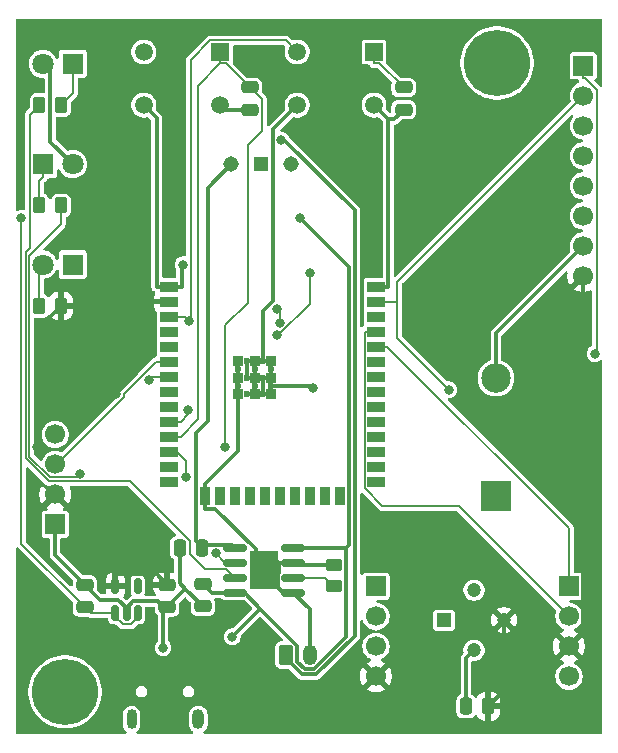
<source format=gbr>
%TF.GenerationSoftware,KiCad,Pcbnew,9.0.1*%
%TF.CreationDate,2025-11-13T22:26:36+01:00*%
%TF.ProjectId,dise_o_v2,64697365-f16f-45f7-9632-2e6b69636164,rev?*%
%TF.SameCoordinates,Original*%
%TF.FileFunction,Copper,L1,Top*%
%TF.FilePolarity,Positive*%
%FSLAX46Y46*%
G04 Gerber Fmt 4.6, Leading zero omitted, Abs format (unit mm)*
G04 Created by KiCad (PCBNEW 9.0.1) date 2025-11-13 22:26:36*
%MOMM*%
%LPD*%
G01*
G04 APERTURE LIST*
G04 Aperture macros list*
%AMRoundRect*
0 Rectangle with rounded corners*
0 $1 Rounding radius*
0 $2 $3 $4 $5 $6 $7 $8 $9 X,Y pos of 4 corners*
0 Add a 4 corners polygon primitive as box body*
4,1,4,$2,$3,$4,$5,$6,$7,$8,$9,$2,$3,0*
0 Add four circle primitives for the rounded corners*
1,1,$1+$1,$2,$3*
1,1,$1+$1,$4,$5*
1,1,$1+$1,$6,$7*
1,1,$1+$1,$8,$9*
0 Add four rect primitives between the rounded corners*
20,1,$1+$1,$2,$3,$4,$5,0*
20,1,$1+$1,$4,$5,$6,$7,0*
20,1,$1+$1,$6,$7,$8,$9,0*
20,1,$1+$1,$8,$9,$2,$3,0*%
G04 Aperture macros list end*
%TA.AperFunction,SMDPad,CuDef*%
%ADD10RoundRect,0.250000X-0.262500X-0.450000X0.262500X-0.450000X0.262500X0.450000X-0.262500X0.450000X0*%
%TD*%
%TA.AperFunction,ComponentPad*%
%ADD11C,5.600000*%
%TD*%
%TA.AperFunction,SMDPad,CuDef*%
%ADD12RoundRect,0.250000X-0.475000X0.250000X-0.475000X-0.250000X0.475000X-0.250000X0.475000X0.250000X0*%
%TD*%
%TA.AperFunction,SMDPad,CuDef*%
%ADD13R,1.500000X0.900000*%
%TD*%
%TA.AperFunction,SMDPad,CuDef*%
%ADD14R,0.900000X1.500000*%
%TD*%
%TA.AperFunction,HeatsinkPad*%
%ADD15R,0.900000X0.900000*%
%TD*%
%TA.AperFunction,HeatsinkPad*%
%ADD16C,0.600000*%
%TD*%
%TA.AperFunction,SMDPad,CuDef*%
%ADD17RoundRect,0.250000X0.262500X0.450000X-0.262500X0.450000X-0.262500X-0.450000X0.262500X-0.450000X0*%
%TD*%
%TA.AperFunction,SMDPad,CuDef*%
%ADD18RoundRect,0.250000X0.475000X-0.250000X0.475000X0.250000X-0.475000X0.250000X-0.475000X-0.250000X0*%
%TD*%
%TA.AperFunction,ComponentPad*%
%ADD19RoundRect,0.250000X-0.350000X-0.625000X0.350000X-0.625000X0.350000X0.625000X-0.350000X0.625000X0*%
%TD*%
%TA.AperFunction,ComponentPad*%
%ADD20O,1.200000X1.750000*%
%TD*%
%TA.AperFunction,SMDPad,CuDef*%
%ADD21RoundRect,0.150000X0.825000X0.150000X-0.825000X0.150000X-0.825000X-0.150000X0.825000X-0.150000X0*%
%TD*%
%TA.AperFunction,HeatsinkPad*%
%ADD22C,0.500000*%
%TD*%
%TA.AperFunction,HeatsinkPad*%
%ADD23R,2.410000X3.300000*%
%TD*%
%TA.AperFunction,ComponentPad*%
%ADD24R,1.700000X1.700000*%
%TD*%
%TA.AperFunction,ComponentPad*%
%ADD25C,1.700000*%
%TD*%
%TA.AperFunction,SMDPad,CuDef*%
%ADD26RoundRect,0.150000X0.150000X-0.512500X0.150000X0.512500X-0.150000X0.512500X-0.150000X-0.512500X0*%
%TD*%
%TA.AperFunction,SMDPad,CuDef*%
%ADD27RoundRect,0.250000X-0.450000X0.262500X-0.450000X-0.262500X0.450000X-0.262500X0.450000X0.262500X0*%
%TD*%
%TA.AperFunction,SMDPad,CuDef*%
%ADD28RoundRect,0.250000X0.250000X0.475000X-0.250000X0.475000X-0.250000X-0.475000X0.250000X-0.475000X0*%
%TD*%
%TA.AperFunction,HeatsinkPad*%
%ADD29O,1.000000X1.700000*%
%TD*%
%TA.AperFunction,HeatsinkPad*%
%ADD30O,0.850000X1.700000*%
%TD*%
%TA.AperFunction,ComponentPad*%
%ADD31R,1.800000X1.800000*%
%TD*%
%TA.AperFunction,ComponentPad*%
%ADD32C,1.800000*%
%TD*%
%TA.AperFunction,ComponentPad*%
%ADD33R,1.508000X1.508000*%
%TD*%
%TA.AperFunction,ComponentPad*%
%ADD34C,1.508000*%
%TD*%
%TA.AperFunction,ComponentPad*%
%ADD35C,2.500000*%
%TD*%
%TA.AperFunction,ComponentPad*%
%ADD36R,2.500000X2.500000*%
%TD*%
%TA.AperFunction,ComponentPad*%
%ADD37R,1.308000X1.308000*%
%TD*%
%TA.AperFunction,ComponentPad*%
%ADD38C,1.308000*%
%TD*%
%TA.AperFunction,ComponentPad*%
%ADD39R,1.198000X1.198000*%
%TD*%
%TA.AperFunction,ComponentPad*%
%ADD40C,1.198000*%
%TD*%
%TA.AperFunction,ViaPad*%
%ADD41C,0.800000*%
%TD*%
%TA.AperFunction,Conductor*%
%ADD42C,0.203200*%
%TD*%
%TA.AperFunction,Conductor*%
%ADD43C,0.304800*%
%TD*%
G04 APERTURE END LIST*
D10*
%TO.P,R2,1*%
%TO.N,Net-(D3-K)*%
X45175000Y-46500000D03*
%TO.P,R2,2*%
%TO.N,STDBY_LED*%
X47000000Y-46500000D03*
%TD*%
D11*
%TO.P,REF\u002A\u002A,1*%
%TO.N,N/C*%
X47331758Y-87678711D03*
%TD*%
D12*
%TO.P,C6,1*%
%TO.N,5V*%
X59000000Y-78550000D03*
%TO.P,C6,2*%
%TO.N,GND*%
X59000000Y-80450000D03*
%TD*%
D13*
%TO.P,U1,1,GND*%
%TO.N,GND*%
X56160000Y-53360000D03*
%TO.P,U1,2,VDD*%
%TO.N,3.3V*%
X56160000Y-54630000D03*
%TO.P,U1,3,EN*%
%TO.N,EN*%
X56160000Y-55900000D03*
%TO.P,U1,4,SENSOR_VP*%
%TO.N,unconnected-(U1-SENSOR_VP-Pad4)*%
X56160000Y-57170000D03*
%TO.P,U1,5,SENSOR_VN*%
%TO.N,unconnected-(U1-SENSOR_VN-Pad5)*%
X56160000Y-58440000D03*
%TO.P,U1,6,IO34*%
%TO.N,SCL*%
X56160000Y-59710000D03*
%TO.P,U1,7,IO35*%
%TO.N,SDA*%
X56160000Y-60980000D03*
%TO.P,U1,8,IO32*%
%TO.N,unconnected-(U1-IO32-Pad8)*%
X56160000Y-62250000D03*
%TO.P,U1,9,IO33*%
%TO.N,unconnected-(U1-IO33-Pad9)*%
X56160000Y-63520000D03*
%TO.P,U1,10,IO25*%
%TO.N,INT*%
X56160000Y-64790000D03*
%TO.P,U1,11,IO26*%
%TO.N,BUTTON*%
X56160000Y-66060000D03*
%TO.P,U1,12,IO27*%
%TO.N,BUZZ+*%
X56160000Y-67330000D03*
%TO.P,U1,13,IO14*%
%TO.N,unconnected-(U1-IO14-Pad13)*%
X56160000Y-68600000D03*
%TO.P,U1,14,IO12*%
%TO.N,unconnected-(U1-IO12-Pad14)*%
X56160000Y-69870000D03*
D14*
%TO.P,U1,15,GND*%
%TO.N,GND*%
X59195000Y-71120000D03*
%TO.P,U1,16,IO13*%
%TO.N,unconnected-(U1-IO13-Pad16)*%
X60465000Y-71120000D03*
%TO.P,U1,17,NC*%
%TO.N,unconnected-(U1-NC-Pad17)*%
X61735000Y-71120000D03*
%TO.P,U1,18,NC*%
%TO.N,unconnected-(U1-NC-Pad18)*%
X63005000Y-71120000D03*
%TO.P,U1,19,NC*%
%TO.N,unconnected-(U1-NC-Pad19)*%
X64275000Y-71120000D03*
%TO.P,U1,20,NC*%
%TO.N,unconnected-(U1-NC-Pad20)*%
X65545000Y-71120000D03*
%TO.P,U1,21,NC*%
%TO.N,unconnected-(U1-NC-Pad21)*%
X66815000Y-71120000D03*
%TO.P,U1,22,NC*%
%TO.N,unconnected-(U1-NC-Pad22)*%
X68085000Y-71120000D03*
%TO.P,U1,23,IO15*%
%TO.N,unconnected-(U1-IO15-Pad23)*%
X69355000Y-71120000D03*
%TO.P,U1,24,IO2*%
%TO.N,unconnected-(U1-IO2-Pad24)*%
X70625000Y-71120000D03*
D13*
%TO.P,U1,25,IO0*%
%TO.N,unconnected-(U1-IO0-Pad25)*%
X73660000Y-69870000D03*
%TO.P,U1,26,IO4*%
%TO.N,unconnected-(U1-IO4-Pad26)*%
X73660000Y-68600000D03*
%TO.P,U1,27,IO16*%
%TO.N,unconnected-(U1-IO16-Pad27)*%
X73660000Y-67330000D03*
%TO.P,U1,28,IO17*%
%TO.N,unconnected-(U1-IO17-Pad28)*%
X73660000Y-66060000D03*
%TO.P,U1,29,IO5*%
%TO.N,unconnected-(U1-IO5-Pad29)*%
X73660000Y-64790000D03*
%TO.P,U1,30,IO18*%
%TO.N,unconnected-(U1-IO18-Pad30)*%
X73660000Y-63520000D03*
%TO.P,U1,31,IO19*%
%TO.N,unconnected-(U1-IO19-Pad31)*%
X73660000Y-62250000D03*
%TO.P,U1,32,NC*%
%TO.N,unconnected-(U1-NC-Pad32)*%
X73660000Y-60980000D03*
%TO.P,U1,33,IO21*%
%TO.N,unconnected-(U1-IO21-Pad33)*%
X73660000Y-59710000D03*
%TO.P,U1,34,RXD0/IO3*%
%TO.N,RXD0*%
X73660000Y-58440000D03*
%TO.P,U1,35,TXD0/IO1*%
%TO.N,TXD0*%
X73660000Y-57170000D03*
%TO.P,U1,36,IO22*%
%TO.N,unconnected-(U1-IO22-Pad36)*%
X73660000Y-55900000D03*
%TO.P,U1,37,IO23*%
%TO.N,AD0*%
X73660000Y-54630000D03*
%TO.P,U1,38,GND*%
%TO.N,GND*%
X73660000Y-53360000D03*
D15*
%TO.P,U1,39,GND*%
X62010000Y-59680000D03*
D16*
X62010000Y-60380000D03*
D15*
X62010000Y-61080000D03*
D16*
X62010000Y-61780000D03*
D15*
X62010000Y-62480000D03*
D16*
X62710000Y-59680000D03*
X62710000Y-61080000D03*
X62710000Y-62480000D03*
D15*
X63410000Y-59680000D03*
D16*
X63410000Y-60380000D03*
D15*
X63410000Y-61080000D03*
D16*
X63410000Y-61780000D03*
D15*
X63410000Y-62480000D03*
D16*
X64110000Y-59680000D03*
X64110000Y-61080000D03*
X64110000Y-62480000D03*
D15*
X64810000Y-59680000D03*
D16*
X64810000Y-60380000D03*
D15*
X64810000Y-61080000D03*
D16*
X64810000Y-61780000D03*
D15*
X64810000Y-62480000D03*
%TD*%
D17*
%TO.P,R9,1*%
%TO.N,3.3V*%
X47000000Y-55000000D03*
%TO.P,R9,2*%
%TO.N,Net-(D1-A)*%
X45175000Y-55000000D03*
%TD*%
D12*
%TO.P,C11,1*%
%TO.N,EN*%
X76000000Y-36500000D03*
%TO.P,C11,2*%
%TO.N,GND*%
X76000000Y-38400000D03*
%TD*%
D18*
%TO.P,C1,1*%
%TO.N,Net-(U2-EN)*%
X49000000Y-80500000D03*
%TO.P,C1,2*%
%TO.N,GND*%
X49000000Y-78600000D03*
%TD*%
D12*
%TO.P,C2,1*%
%TO.N,3.3V*%
X56000000Y-78600000D03*
%TO.P,C2,2*%
%TO.N,GND*%
X56000000Y-80500000D03*
%TD*%
D19*
%TO.P,J2,1,Pin_1*%
%TO.N,B+*%
X66040000Y-84568000D03*
D20*
%TO.P,J2,2,Pin_2*%
%TO.N,GND*%
X68040000Y-84568000D03*
%TD*%
D21*
%TO.P,U3,1,TEMP*%
%TO.N,GND*%
X66675000Y-79305000D03*
%TO.P,U3,2,PROG*%
%TO.N,Net-(U3-PROG)*%
X66675000Y-78035000D03*
%TO.P,U3,3,GND*%
%TO.N,GND*%
X66675000Y-76765000D03*
%TO.P,U3,4,V_{CC}*%
%TO.N,5V*%
X66675000Y-75495000D03*
%TO.P,U3,5,BAT*%
%TO.N,B+_CHRG*%
X61725000Y-75495000D03*
%TO.P,U3,6,~{STDBY}*%
%TO.N,STDBY_LED*%
X61725000Y-76765000D03*
%TO.P,U3,7,~{CHRG}*%
%TO.N,CHRG_LED*%
X61725000Y-78035000D03*
%TO.P,U3,8,CE*%
%TO.N,5V*%
X61725000Y-79305000D03*
D22*
%TO.P,U3,9,EPAD*%
%TO.N,GND*%
X64900000Y-78600000D03*
X64900000Y-77400000D03*
X64900000Y-76200000D03*
D23*
X64200000Y-77400000D03*
D22*
X63500000Y-78600000D03*
X63500000Y-77400000D03*
X63500000Y-76200000D03*
%TD*%
D11*
%TO.P,REF\u002A\u002A,1*%
%TO.N,N/C*%
X83917682Y-34436394D03*
%TD*%
D24*
%TO.P,J6,1,Pin_1*%
%TO.N,INT*%
X91212100Y-34681100D03*
D25*
%TO.P,J6,2,Pin_2*%
%TO.N,AD0*%
X91212100Y-37221100D03*
%TO.P,J6,3,Pin_3*%
%TO.N,unconnected-(J6-Pin_3-Pad3)*%
X91212100Y-39761100D03*
%TO.P,J6,4,Pin_4*%
%TO.N,unconnected-(J6-Pin_4-Pad4)*%
X91212100Y-42301100D03*
%TO.P,J6,5,Pin_5*%
%TO.N,SDA*%
X91212100Y-44841100D03*
%TO.P,J6,6,Pin_6*%
%TO.N,SCL*%
X91212100Y-47381100D03*
%TO.P,J6,7,Pin_7*%
%TO.N,GND*%
X91212100Y-49921100D03*
%TO.P,J6,8,Pin_8*%
%TO.N,3.3V*%
X91212100Y-52461100D03*
%TD*%
D26*
%TO.P,U2,1,VIN*%
%TO.N,Net-(U2-EN)*%
X51600000Y-81000000D03*
%TO.P,U2,2,GND*%
%TO.N,GND*%
X52550000Y-81000000D03*
%TO.P,U2,3,EN*%
%TO.N,Net-(U2-EN)*%
X53500000Y-81000000D03*
%TO.P,U2,4,NC*%
%TO.N,unconnected-(U2-NC-Pad4)*%
X53500000Y-78725000D03*
%TO.P,U2,5,VOUT*%
%TO.N,3.3V*%
X51600000Y-78725000D03*
%TD*%
D17*
%TO.P,R1,1*%
%TO.N,Net-(D2-K)*%
X47000000Y-38000000D03*
%TO.P,R1,2*%
%TO.N,CHRG_LED*%
X45175000Y-38000000D03*
%TD*%
D12*
%TO.P,C12,1*%
%TO.N,BUTTON*%
X63000000Y-36500000D03*
%TO.P,C12,2*%
%TO.N,GND*%
X63000000Y-38400000D03*
%TD*%
D27*
%TO.P,R3,1*%
%TO.N,GND*%
X70076800Y-76915000D03*
%TO.P,R3,2*%
%TO.N,Net-(U3-PROG)*%
X70076800Y-78740000D03*
%TD*%
D28*
%TO.P,C13,1*%
%TO.N,B+_CHRG*%
X58950000Y-75500000D03*
%TO.P,C13,2*%
%TO.N,GND*%
X57050000Y-75500000D03*
%TD*%
%TO.P,C14,1*%
%TO.N,3.3V*%
X83180000Y-88900000D03*
%TO.P,C14,2*%
%TO.N,GND*%
X81280000Y-88900000D03*
%TD*%
D29*
%TO.P,J1,6,Shield*%
%TO.N,GND*%
X58622299Y-90017066D03*
D30*
X52972299Y-90017066D03*
%TD*%
D31*
%TO.P,D1,1,K*%
%TO.N,GND*%
X48000000Y-51500000D03*
D32*
%TO.P,D1,2,A*%
%TO.N,Net-(D1-A)*%
X45460000Y-51500000D03*
%TD*%
D24*
%TO.P,J4,1,Pin_1*%
%TO.N,RXD0*%
X90000000Y-78740000D03*
D25*
%TO.P,J4,2,Pin_2*%
%TO.N,TXD0*%
X90000000Y-81280000D03*
%TO.P,J4,3,Pin_3*%
%TO.N,3.3V*%
X90000000Y-83820000D03*
%TO.P,J4,4,Pin_4*%
%TO.N,GND*%
X90000000Y-86360000D03*
%TD*%
D33*
%TO.P,S2,1*%
%TO.N,EN*%
X73500000Y-33500000D03*
D34*
%TO.P,S2,2*%
X67000000Y-33500000D03*
%TO.P,S2,3*%
%TO.N,GND*%
X73500000Y-38000000D03*
%TO.P,S2,4*%
X67000000Y-38000000D03*
%TD*%
D24*
%TO.P,J5,1,Pin_1*%
%TO.N,SDA*%
X73660000Y-78740000D03*
D25*
%TO.P,J5,2,Pin_2*%
%TO.N,SCL*%
X73660000Y-81280000D03*
%TO.P,J5,3,Pin_3*%
%TO.N,GND*%
X73660000Y-83820000D03*
%TO.P,J5,4,Pin_4*%
%TO.N,3.3V*%
X73660000Y-86360000D03*
%TD*%
D31*
%TO.P,D3,1,K*%
%TO.N,Net-(D3-K)*%
X45460000Y-43000000D03*
D32*
%TO.P,D3,2,A*%
%TO.N,5V*%
X48000000Y-43000000D03*
%TD*%
D35*
%TO.P,LS1,N*%
%TO.N,GND*%
X83820000Y-61120000D03*
D36*
%TO.P,LS1,P*%
%TO.N,BUZZ+*%
X83820000Y-71120000D03*
%TD*%
D31*
%TO.P,D2,1,K*%
%TO.N,Net-(D2-K)*%
X48000000Y-34500000D03*
D32*
%TO.P,D2,2,A*%
%TO.N,5V*%
X45460000Y-34500000D03*
%TD*%
D24*
%TO.P,J3,1,Pin_1*%
%TO.N,GND*%
X46500000Y-73500000D03*
D25*
%TO.P,J3,2,Pin_2*%
%TO.N,3.3V*%
X46500000Y-70960000D03*
%TO.P,J3,3,Pin_3*%
%TO.N,SCL*%
X46500000Y-68420000D03*
%TO.P,J3,4,Pin_4*%
%TO.N,SDA*%
X46500000Y-65880000D03*
%TD*%
D37*
%TO.P,S1,1*%
%TO.N,B+*%
X63960000Y-43000000D03*
D38*
%TO.P,S1,2*%
%TO.N,B+_CHRG*%
X61420000Y-43000000D03*
%TO.P,S1,3*%
%TO.N,Net-(U2-EN)*%
X66500000Y-43000000D03*
%TD*%
D33*
%TO.P,S3,1*%
%TO.N,BUTTON*%
X60500000Y-33500000D03*
D34*
%TO.P,S3,2*%
X54000000Y-33500000D03*
%TO.P,S3,3*%
%TO.N,GND*%
X60500000Y-38000000D03*
%TO.P,S3,4*%
X54000000Y-38000000D03*
%TD*%
D39*
%TO.P,U5,1,SCL/VZ*%
%TO.N,SCL*%
X79420000Y-81613700D03*
D40*
%TO.P,U5,2,SDA/PWM*%
%TO.N,SDA*%
X81960000Y-79073700D03*
%TO.P,U5,3,VDD*%
%TO.N,3.3V*%
X84500000Y-81613700D03*
%TO.P,U5,4,VSS*%
%TO.N,GND*%
X81960000Y-84153700D03*
%TD*%
D41*
%TO.N,Net-(U2-EN)*%
X43620700Y-47579200D03*
%TO.N,GND*%
X55644500Y-83937000D03*
X57318800Y-51500000D03*
X68300000Y-61974500D03*
%TO.N,3.3V*%
X44968000Y-66987300D03*
X51692500Y-62419700D03*
%TO.N,EN*%
X57829200Y-56262600D03*
%TO.N,5V*%
X61500000Y-83000000D03*
X67268000Y-47579200D03*
%TO.N,Net-(U4-CPOUT)*%
X65260600Y-57500000D03*
X68088500Y-52206300D03*
%TO.N,BUTTON*%
X60884400Y-66914600D03*
%TO.N,B+*%
X65664700Y-40949200D03*
%TO.N,SDA*%
X54480500Y-61238100D03*
%TO.N,SCL*%
X65301500Y-55266800D03*
X65531700Y-56476700D03*
%TO.N,BUZZ+*%
X57574200Y-69460600D03*
%TO.N,STDBY_LED*%
X60100200Y-75946500D03*
X48565600Y-69215300D03*
%TO.N,AD0*%
X79837100Y-62096700D03*
%TO.N,INT*%
X92197500Y-59045800D03*
X57786200Y-63798700D03*
%TD*%
D42*
%TO.N,Net-(U2-EN)*%
X43620700Y-75120700D02*
X43620700Y-47579200D01*
X52901700Y-81970000D02*
X52228900Y-81970000D01*
X52228900Y-81970000D02*
X51600000Y-81341100D01*
X49500000Y-81000000D02*
X49000000Y-80500000D01*
X51600000Y-81341100D02*
X51600000Y-81000000D01*
X53500000Y-81000000D02*
X53500000Y-81371700D01*
X53500000Y-81371700D02*
X52901700Y-81970000D01*
X51600000Y-81000000D02*
X49500000Y-81000000D01*
X49000000Y-80500000D02*
X43620700Y-75120700D01*
D43*
%TO.N,GND*%
X66675000Y-76765000D02*
X65465000Y-76765000D01*
X63000000Y-38400000D02*
X60900000Y-38400000D01*
X59195000Y-70591700D02*
X59195000Y-71120000D01*
X81280000Y-88900000D02*
X81280000Y-84833700D01*
X91212100Y-49921100D02*
X83820000Y-57313200D01*
X64810000Y-59680000D02*
X64810000Y-60380000D01*
X63500000Y-78600000D02*
X63500000Y-77400000D01*
X62010000Y-62480000D02*
X62010000Y-61780000D01*
X57525000Y-78975000D02*
X59000000Y-80450000D01*
X56000000Y-80500000D02*
X55644500Y-80500000D01*
X59195000Y-72176500D02*
X60058900Y-72176500D01*
X74716500Y-39216500D02*
X75183500Y-39216500D01*
X64110000Y-61080000D02*
X64110000Y-62480000D01*
X50262500Y-79862500D02*
X51809000Y-79862500D01*
X59195000Y-70591700D02*
X59195000Y-70063500D01*
X52550000Y-80603500D02*
X52550000Y-81000000D01*
X60058900Y-72176500D02*
X63500000Y-75617600D01*
X59195000Y-71120000D02*
X59195000Y-72176500D01*
X57050000Y-75500000D02*
X57050000Y-78500000D01*
X55644500Y-80500000D02*
X55170700Y-80026200D01*
X62010000Y-60380000D02*
X62010000Y-61080000D01*
X53127300Y-80026200D02*
X52550000Y-80603500D01*
X68040000Y-84568000D02*
X68040000Y-80670000D01*
X65392900Y-77695600D02*
X65465000Y-77623500D01*
X64810000Y-61780000D02*
X64810000Y-62480000D01*
X75183500Y-39216500D02*
X76000000Y-38400000D01*
X46500000Y-73500000D02*
X46500000Y-74656500D01*
X64958200Y-40041800D02*
X64958200Y-54611100D01*
X65394400Y-78375900D02*
X65392900Y-78374400D01*
X57318800Y-51500000D02*
X57216500Y-51602300D01*
X65392900Y-78374400D02*
X65392900Y-77695600D01*
X55644500Y-80500000D02*
X55644500Y-83937000D01*
X56160000Y-53360000D02*
X57216500Y-53360000D01*
X55103500Y-39103500D02*
X54000000Y-38000000D01*
X65394400Y-78863100D02*
X65394400Y-78375900D01*
X63500000Y-76200000D02*
X63500000Y-77400000D01*
X65836300Y-79305000D02*
X65394400Y-78863100D01*
X68040000Y-80670000D02*
X66675000Y-79305000D01*
X63500000Y-75617600D02*
X63500000Y-76200000D01*
X64810000Y-61780000D02*
X64810000Y-61080000D01*
X57050000Y-78500000D02*
X57525000Y-78975000D01*
X56160000Y-53360000D02*
X55103500Y-53360000D01*
X81280000Y-84833700D02*
X81960000Y-84153700D01*
X63410000Y-59680000D02*
X63410000Y-60380000D01*
X59195000Y-70063500D02*
X62010000Y-67248500D01*
X63410000Y-62480000D02*
X63410000Y-61780000D01*
X64200000Y-77400000D02*
X64900000Y-77400000D01*
X64958200Y-54611100D02*
X64110000Y-55459300D01*
X64110000Y-55459300D02*
X64110000Y-59680000D01*
X49000000Y-78600000D02*
X50262500Y-79862500D01*
X67000000Y-38000000D02*
X64958200Y-40041800D01*
X55170700Y-80026200D02*
X53127300Y-80026200D01*
X73500000Y-38000000D02*
X74716500Y-39216500D01*
X62010000Y-61080000D02*
X62010000Y-61780000D01*
X64900000Y-77400000D02*
X64900000Y-76200000D01*
X66825000Y-76915000D02*
X66675000Y-76765000D01*
X68300000Y-61974500D02*
X68105500Y-61780000D01*
X83820000Y-57313200D02*
X83820000Y-61120000D01*
X73660000Y-53360000D02*
X74716500Y-53360000D01*
X68105500Y-61780000D02*
X64810000Y-61780000D01*
X65465000Y-76765000D02*
X64900000Y-76200000D01*
X56000000Y-80500000D02*
X57525000Y-78975000D01*
X60900000Y-38400000D02*
X60500000Y-38000000D01*
X46500000Y-76100000D02*
X49000000Y-78600000D01*
X62010000Y-59680000D02*
X62010000Y-60380000D01*
X62010000Y-67248500D02*
X62010000Y-62480000D01*
X51809000Y-79862500D02*
X52550000Y-80603500D01*
X70076800Y-76915000D02*
X66825000Y-76915000D01*
X57216500Y-51602300D02*
X57216500Y-53360000D01*
X64810000Y-61080000D02*
X64810000Y-60380000D01*
X46500000Y-74656500D02*
X46500000Y-76100000D01*
X55103500Y-53360000D02*
X55103500Y-39103500D01*
X64900000Y-78600000D02*
X64900000Y-77400000D01*
X74716500Y-39216500D02*
X74716500Y-53360000D01*
X66675000Y-79305000D02*
X65836300Y-79305000D01*
X65465000Y-77623500D02*
X65465000Y-76765000D01*
X63410000Y-60380000D02*
X63410000Y-61080000D01*
X62710000Y-59680000D02*
X62710000Y-61080000D01*
X63410000Y-61080000D02*
X63410000Y-61780000D01*
%TO.N,3.3V*%
X46500000Y-70960000D02*
X51599900Y-76059900D01*
X84500000Y-81613700D02*
X84500000Y-87580000D01*
X53363500Y-60748700D02*
X53363500Y-54630000D01*
X51599900Y-77728600D02*
X51600000Y-77728600D01*
X51600000Y-77728600D02*
X55128600Y-77728600D01*
X84500000Y-87580000D02*
X83180000Y-88900000D01*
X44968000Y-57032000D02*
X47000000Y-55000000D01*
X44968000Y-66987300D02*
X44968000Y-57032000D01*
X91212100Y-82607900D02*
X91212100Y-52461100D01*
X52993500Y-55000000D02*
X53363500Y-54630000D01*
X90000000Y-83820000D02*
X91212100Y-82607900D01*
X51692500Y-62419700D02*
X53363500Y-60748700D01*
X51599900Y-76059900D02*
X51599900Y-77728600D01*
X51600000Y-77728600D02*
X51600000Y-78725000D01*
X47000000Y-55000000D02*
X52993500Y-55000000D01*
X56160000Y-54630000D02*
X53363500Y-54630000D01*
X46793500Y-54793500D02*
X47000000Y-55000000D01*
X55128600Y-77728600D02*
X56000000Y-78600000D01*
D42*
%TO.N,EN*%
X57974500Y-34176500D02*
X59631000Y-32520000D01*
X56160000Y-55900000D02*
X57466600Y-55900000D01*
X59631000Y-32520000D02*
X66020000Y-32520000D01*
X57974500Y-56117300D02*
X57974500Y-34176500D01*
X57466600Y-55900000D02*
X57829200Y-56262600D01*
X66020000Y-32520000D02*
X67000000Y-33500000D01*
X57829200Y-56262600D02*
X57974500Y-56117300D01*
X76000000Y-36500000D02*
X73958900Y-34458900D01*
X73958900Y-34458900D02*
X73500000Y-34458900D01*
X73500000Y-33500000D02*
X73500000Y-34458900D01*
D43*
%TO.N,5V*%
X48000000Y-43000000D02*
X46087500Y-41087500D01*
X71103800Y-83065200D02*
X68419200Y-85749800D01*
X68419200Y-85749800D02*
X67654400Y-85749800D01*
X71103800Y-75495000D02*
X66675000Y-75495000D01*
X59000000Y-78550000D02*
X59755000Y-79305000D01*
X71103800Y-75495000D02*
X71103800Y-83065200D01*
X46087500Y-35127500D02*
X45460000Y-34500000D01*
X67268000Y-47579200D02*
X71381500Y-51692700D01*
X71381500Y-51692700D02*
X71381500Y-75217300D01*
X61500000Y-83000000D02*
X63868500Y-80631500D01*
X63868500Y-80631500D02*
X62542000Y-79305000D01*
X67016900Y-83779900D02*
X63868500Y-80631500D01*
X59755000Y-79305000D02*
X61725000Y-79305000D01*
X62542000Y-79305000D02*
X61725000Y-79305000D01*
X67016900Y-85112300D02*
X67016900Y-83779900D01*
X46087500Y-41087500D02*
X46087500Y-35127500D01*
X71381500Y-75217300D02*
X71103800Y-75495000D01*
X67654400Y-85749800D02*
X67016900Y-85112300D01*
D42*
%TO.N,Net-(U4-CPOUT)*%
X68088500Y-52206300D02*
X68088500Y-54809400D01*
X68088500Y-54809400D02*
X65397900Y-57500000D01*
X65397900Y-57500000D02*
X65260600Y-57500000D01*
%TO.N,BUTTON*%
X60500000Y-33500000D02*
X60500000Y-34458900D01*
X57114900Y-66060000D02*
X58605400Y-64569500D01*
X60958900Y-34458900D02*
X63000000Y-36500000D01*
X62797900Y-41366800D02*
X62797900Y-54744100D01*
X56160000Y-66060000D02*
X57114900Y-66060000D01*
X60884400Y-56657600D02*
X60884400Y-66914600D01*
X60500000Y-34458900D02*
X60958900Y-34458900D01*
X64000400Y-40164300D02*
X62797900Y-41366800D01*
X63000000Y-36500000D02*
X64000400Y-37500400D01*
X62797900Y-54744100D02*
X60884400Y-56657600D01*
X58605400Y-36353500D02*
X60500000Y-34458900D01*
X64000400Y-37500400D02*
X64000400Y-40164300D01*
X58605400Y-64569500D02*
X58605400Y-36353500D01*
D43*
%TO.N,B+_CHRG*%
X59400600Y-64745600D02*
X58389300Y-65756900D01*
X58389300Y-74939300D02*
X58950000Y-75500000D01*
X59210000Y-75240000D02*
X58950000Y-75500000D01*
X59400600Y-45019400D02*
X59400600Y-64745600D01*
X61420000Y-43000000D02*
X59400600Y-45019400D01*
X61725000Y-75495000D02*
X61470000Y-75240000D01*
X61470000Y-75240000D02*
X59210000Y-75240000D01*
X58389300Y-65756900D02*
X58389300Y-74939300D01*
D42*
%TO.N,Net-(D1-A)*%
X45175000Y-51785000D02*
X45460000Y-51500000D01*
X45175000Y-55000000D02*
X45175000Y-51785000D01*
%TO.N,Net-(D2-K)*%
X48000000Y-37000000D02*
X47000000Y-38000000D01*
X48000000Y-34500000D02*
X48000000Y-37000000D01*
%TO.N,Net-(D3-K)*%
X45175000Y-44389900D02*
X45175000Y-46500000D01*
X45460000Y-44104900D02*
X45175000Y-44389900D01*
X45460000Y-43000000D02*
X45460000Y-44104900D01*
D43*
%TO.N,B+*%
X66040000Y-84568000D02*
X66040000Y-84836900D01*
X71884200Y-46920000D02*
X65913400Y-40949200D01*
X68609200Y-86208700D02*
X71884200Y-82933700D01*
X71884200Y-82933700D02*
X71884200Y-46920000D01*
X65913400Y-40949200D02*
X65664700Y-40949200D01*
X67411800Y-86208700D02*
X68609200Y-86208700D01*
X66040000Y-84836900D02*
X67411800Y-86208700D01*
D42*
%TO.N,SDA*%
X54738600Y-60980000D02*
X54480500Y-61238100D01*
X56160000Y-60980000D02*
X55205100Y-60980000D01*
X55205100Y-60980000D02*
X54738600Y-60980000D01*
%TO.N,SCL*%
X52348200Y-62437200D02*
X55075400Y-59710000D01*
X52348200Y-62691300D02*
X52348200Y-62437200D01*
X46500000Y-68420000D02*
X46619500Y-68420000D01*
X55075400Y-59710000D02*
X55205100Y-59710000D01*
X65531700Y-55497000D02*
X65301500Y-55266800D01*
X56160000Y-59710000D02*
X55205100Y-59710000D01*
X46619500Y-68420000D02*
X52348200Y-62691300D01*
X65531700Y-56476700D02*
X65531700Y-55497000D01*
%TO.N,RXD0*%
X90000000Y-73825100D02*
X90000000Y-78740000D01*
X74614900Y-58440000D02*
X90000000Y-73825100D01*
X73660000Y-58440000D02*
X74614900Y-58440000D01*
%TO.N,TXD0*%
X73660000Y-57170000D02*
X72705100Y-57170000D01*
X80676000Y-71956000D02*
X74202900Y-71956000D01*
X90000000Y-81280000D02*
X80676000Y-71956000D01*
X72705100Y-70458200D02*
X72705100Y-57170000D01*
X74202900Y-71956000D02*
X72705100Y-70458200D01*
%TO.N,BUZZ+*%
X56160000Y-67330000D02*
X56808200Y-67330000D01*
X57574200Y-68096000D02*
X56808200Y-67330000D01*
X57574200Y-69460600D02*
X57574200Y-68096000D01*
%TO.N,CHRG_LED*%
X60960500Y-77270500D02*
X61725000Y-78035000D01*
X44005800Y-50462700D02*
X44005800Y-67886800D01*
X44353000Y-38822000D02*
X44353000Y-50115500D01*
X44353000Y-50115500D02*
X44005800Y-50462700D01*
X59159800Y-77270500D02*
X60960500Y-77270500D01*
X44005800Y-67886800D02*
X45947300Y-69828300D01*
X57892100Y-76002800D02*
X59159800Y-77270500D01*
X52823300Y-69828300D02*
X57892100Y-74897100D01*
X45175000Y-38000000D02*
X44353000Y-38822000D01*
X57892100Y-74897100D02*
X57892100Y-76002800D01*
X45947300Y-69828300D02*
X52823300Y-69828300D01*
%TO.N,STDBY_LED*%
X47000000Y-46500000D02*
X47000000Y-48054600D01*
X61725000Y-76765000D02*
X60918700Y-76765000D01*
X46074300Y-69521800D02*
X48259100Y-69521800D01*
X44312300Y-50742300D02*
X44312300Y-67759800D01*
X44312300Y-67759800D02*
X46074300Y-69521800D01*
X47000000Y-48054600D02*
X44312300Y-50742300D01*
X60918700Y-76765000D02*
X60100200Y-75946500D01*
X48259100Y-69521800D02*
X48565600Y-69215300D01*
%TO.N,Net-(U3-PROG)*%
X69371800Y-78035000D02*
X70076800Y-78740000D01*
X66675000Y-78035000D02*
X69371800Y-78035000D01*
%TO.N,AD0*%
X75482100Y-54630000D02*
X74614900Y-54630000D01*
X75482100Y-52951100D02*
X75482100Y-54630000D01*
X75482100Y-57741700D02*
X79837100Y-62096700D01*
X91212100Y-37221100D02*
X75482100Y-52951100D01*
X75482100Y-54630000D02*
X75482100Y-57741700D01*
X73660000Y-54630000D02*
X74614900Y-54630000D01*
%TO.N,INT*%
X57786200Y-64118700D02*
X57114900Y-64790000D01*
X91344000Y-35736000D02*
X91212100Y-35736000D01*
X92360800Y-36752800D02*
X91344000Y-35736000D01*
X92197500Y-59045800D02*
X92360800Y-58882500D01*
X56160000Y-64790000D02*
X57114900Y-64790000D01*
X91212100Y-34681100D02*
X91212100Y-35736000D01*
X92360800Y-58882500D02*
X92360800Y-36752800D01*
X57786200Y-63798700D02*
X57786200Y-64118700D01*
%TD*%
%TA.AperFunction,Conductor*%
%TO.N,3.3V*%
G36*
X90266206Y-38838161D02*
G01*
X90322139Y-38880033D01*
X90346556Y-38945497D01*
X90331704Y-39013770D01*
X90323191Y-39027228D01*
X90228103Y-39158106D01*
X90145888Y-39319460D01*
X90145887Y-39319463D01*
X90089929Y-39491689D01*
X90061600Y-39670548D01*
X90061600Y-39851651D01*
X90089929Y-40030510D01*
X90145887Y-40202736D01*
X90145888Y-40202739D01*
X90228106Y-40364097D01*
X90334541Y-40510594D01*
X90334545Y-40510599D01*
X90462600Y-40638654D01*
X90462605Y-40638658D01*
X90582272Y-40725600D01*
X90609106Y-40745096D01*
X90714584Y-40798840D01*
X90770460Y-40827311D01*
X90770463Y-40827312D01*
X90791897Y-40834276D01*
X90942691Y-40883271D01*
X91015739Y-40894840D01*
X91102778Y-40908627D01*
X91165913Y-40938556D01*
X91202844Y-40997868D01*
X91201846Y-41067731D01*
X91163236Y-41125963D01*
X91102778Y-41153573D01*
X90942689Y-41178929D01*
X90770463Y-41234887D01*
X90770460Y-41234888D01*
X90609102Y-41317106D01*
X90462605Y-41423541D01*
X90462600Y-41423545D01*
X90334545Y-41551600D01*
X90334541Y-41551605D01*
X90228106Y-41698102D01*
X90145888Y-41859460D01*
X90145887Y-41859463D01*
X90089929Y-42031689D01*
X90061600Y-42210548D01*
X90061600Y-42391651D01*
X90089929Y-42570510D01*
X90145887Y-42742736D01*
X90145888Y-42742739D01*
X90228106Y-42904097D01*
X90334541Y-43050594D01*
X90334545Y-43050599D01*
X90462600Y-43178654D01*
X90462605Y-43178658D01*
X90575058Y-43260359D01*
X90609106Y-43285096D01*
X90714584Y-43338840D01*
X90770460Y-43367311D01*
X90770463Y-43367312D01*
X90791897Y-43374276D01*
X90942691Y-43423271D01*
X91015739Y-43434840D01*
X91102778Y-43448627D01*
X91165913Y-43478556D01*
X91202844Y-43537868D01*
X91201846Y-43607731D01*
X91163236Y-43665963D01*
X91102778Y-43693573D01*
X90942689Y-43718929D01*
X90770463Y-43774887D01*
X90770460Y-43774888D01*
X90609102Y-43857106D01*
X90462605Y-43963541D01*
X90462600Y-43963545D01*
X90334545Y-44091600D01*
X90334541Y-44091605D01*
X90228106Y-44238102D01*
X90145888Y-44399460D01*
X90145887Y-44399463D01*
X90089929Y-44571689D01*
X90061600Y-44750548D01*
X90061600Y-44931651D01*
X90089929Y-45110510D01*
X90145887Y-45282736D01*
X90145888Y-45282739D01*
X90201764Y-45392400D01*
X90220361Y-45428898D01*
X90228106Y-45444097D01*
X90334541Y-45590594D01*
X90334545Y-45590599D01*
X90462600Y-45718654D01*
X90462605Y-45718658D01*
X90543810Y-45777656D01*
X90609106Y-45825096D01*
X90714584Y-45878840D01*
X90770460Y-45907311D01*
X90770463Y-45907312D01*
X90856576Y-45935291D01*
X90942691Y-45963271D01*
X91015739Y-45974840D01*
X91102778Y-45988627D01*
X91165913Y-46018556D01*
X91202844Y-46077868D01*
X91201846Y-46147731D01*
X91163236Y-46205963D01*
X91102778Y-46233573D01*
X90942689Y-46258929D01*
X90770463Y-46314887D01*
X90770460Y-46314888D01*
X90609102Y-46397106D01*
X90462605Y-46503541D01*
X90462600Y-46503545D01*
X90334545Y-46631600D01*
X90334541Y-46631605D01*
X90228107Y-46778101D01*
X90228105Y-46778103D01*
X90228104Y-46778106D01*
X90209149Y-46815305D01*
X90145888Y-46939460D01*
X90145887Y-46939463D01*
X90089929Y-47111689D01*
X90061600Y-47290548D01*
X90061600Y-47471651D01*
X90089929Y-47650510D01*
X90145887Y-47822736D01*
X90145888Y-47822739D01*
X90228106Y-47984097D01*
X90334541Y-48130594D01*
X90334545Y-48130599D01*
X90462600Y-48258654D01*
X90462605Y-48258658D01*
X90541557Y-48316019D01*
X90609106Y-48365096D01*
X90714584Y-48418840D01*
X90770460Y-48447311D01*
X90770463Y-48447312D01*
X90791897Y-48454276D01*
X90942691Y-48503271D01*
X91015739Y-48514840D01*
X91102778Y-48528627D01*
X91165913Y-48558556D01*
X91202844Y-48617868D01*
X91201846Y-48687731D01*
X91163236Y-48745963D01*
X91102778Y-48773573D01*
X90942689Y-48798929D01*
X90770463Y-48854887D01*
X90770460Y-48854888D01*
X90609102Y-48937106D01*
X90462605Y-49043541D01*
X90462600Y-49043545D01*
X90334545Y-49171600D01*
X90334541Y-49171605D01*
X90228106Y-49318102D01*
X90145888Y-49479460D01*
X90145887Y-49479463D01*
X90089929Y-49651689D01*
X90061600Y-49830548D01*
X90061600Y-50011651D01*
X90089929Y-50190510D01*
X90118502Y-50278450D01*
X90120497Y-50348292D01*
X90088252Y-50404449D01*
X83541913Y-56950790D01*
X83457592Y-57035110D01*
X83457590Y-57035113D01*
X83397964Y-57138385D01*
X83367100Y-57253575D01*
X83367100Y-59546773D01*
X83347415Y-59613812D01*
X83294611Y-59659567D01*
X83281426Y-59664701D01*
X83224815Y-59683096D01*
X83224809Y-59683098D01*
X83007357Y-59793896D01*
X82809923Y-59937339D01*
X82809918Y-59937343D01*
X82637343Y-60109918D01*
X82637339Y-60109923D01*
X82493896Y-60307357D01*
X82383097Y-60524812D01*
X82307678Y-60756927D01*
X82269500Y-60997973D01*
X82269500Y-61242026D01*
X82306546Y-61475928D01*
X82307679Y-61483076D01*
X82383096Y-61715185D01*
X82483215Y-61911681D01*
X82493896Y-61932642D01*
X82637339Y-62130076D01*
X82637343Y-62130081D01*
X82809918Y-62302656D01*
X82809923Y-62302660D01*
X82972862Y-62421041D01*
X83007361Y-62446106D01*
X83224815Y-62556904D01*
X83456924Y-62632321D01*
X83697973Y-62670500D01*
X83697974Y-62670500D01*
X83942026Y-62670500D01*
X83942027Y-62670500D01*
X84183076Y-62632321D01*
X84415185Y-62556904D01*
X84632639Y-62446106D01*
X84830083Y-62302655D01*
X85002655Y-62130083D01*
X85146106Y-61932639D01*
X85256904Y-61715185D01*
X85332321Y-61483076D01*
X85370500Y-61242027D01*
X85370500Y-60997973D01*
X85332321Y-60756924D01*
X85256904Y-60524815D01*
X85146106Y-60307361D01*
X85068099Y-60199993D01*
X85002660Y-60109923D01*
X85002656Y-60109918D01*
X84830081Y-59937343D01*
X84830076Y-59937339D01*
X84632642Y-59793896D01*
X84632641Y-59793895D01*
X84632639Y-59793894D01*
X84486393Y-59719378D01*
X84415190Y-59683098D01*
X84415187Y-59683097D01*
X84415185Y-59683096D01*
X84358578Y-59664703D01*
X84300905Y-59625265D01*
X84273708Y-59560906D01*
X84272900Y-59546773D01*
X84272900Y-57552158D01*
X84292585Y-57485119D01*
X84309214Y-57464482D01*
X89675665Y-52098030D01*
X89736986Y-52064547D01*
X89806678Y-52069531D01*
X89862611Y-52111403D01*
X89887028Y-52176867D01*
X89885817Y-52205111D01*
X89862100Y-52354853D01*
X89862100Y-52567346D01*
X89895342Y-52777227D01*
X89895342Y-52777230D01*
X89961004Y-52979317D01*
X90057475Y-53168650D01*
X90096828Y-53222816D01*
X90729136Y-52590507D01*
X90746175Y-52654093D01*
X90812001Y-52768107D01*
X90905093Y-52861199D01*
X91019107Y-52927025D01*
X91082689Y-52944062D01*
X90450382Y-53576369D01*
X90450382Y-53576370D01*
X90504549Y-53615724D01*
X90693882Y-53712195D01*
X90895970Y-53777857D01*
X91105854Y-53811100D01*
X91318346Y-53811100D01*
X91528227Y-53777857D01*
X91528230Y-53777857D01*
X91730319Y-53712194D01*
X91778404Y-53687694D01*
X91847073Y-53674797D01*
X91911814Y-53701073D01*
X91952071Y-53758179D01*
X91958700Y-53798178D01*
X91958700Y-58303644D01*
X91939015Y-58370683D01*
X91886211Y-58416438D01*
X91882154Y-58418205D01*
X91865687Y-58425025D01*
X91865686Y-58425026D01*
X91750962Y-58501682D01*
X91750954Y-58501688D01*
X91653388Y-58599254D01*
X91653385Y-58599258D01*
X91576728Y-58713982D01*
X91576721Y-58713995D01*
X91523921Y-58841467D01*
X91523918Y-58841477D01*
X91497000Y-58976804D01*
X91497000Y-58976807D01*
X91497000Y-59114793D01*
X91497000Y-59114795D01*
X91496999Y-59114795D01*
X91523918Y-59250122D01*
X91523921Y-59250132D01*
X91576721Y-59377604D01*
X91576728Y-59377617D01*
X91653385Y-59492341D01*
X91653388Y-59492345D01*
X91750954Y-59589911D01*
X91750958Y-59589914D01*
X91865682Y-59666571D01*
X91865695Y-59666578D01*
X91993167Y-59719378D01*
X91993172Y-59719380D01*
X91993176Y-59719380D01*
X91993177Y-59719381D01*
X92128504Y-59746300D01*
X92128507Y-59746300D01*
X92266495Y-59746300D01*
X92357541Y-59728189D01*
X92401828Y-59719380D01*
X92529311Y-59666575D01*
X92644042Y-59589914D01*
X92644042Y-59589913D01*
X92647035Y-59587914D01*
X92713712Y-59567036D01*
X92781092Y-59585520D01*
X92827783Y-59637499D01*
X92839926Y-59691016D01*
X92839926Y-91110009D01*
X92820241Y-91177048D01*
X92767437Y-91222803D01*
X92715926Y-91234009D01*
X59174463Y-91234009D01*
X59107424Y-91214324D01*
X59061669Y-91161520D01*
X59051725Y-91092362D01*
X59080750Y-91028806D01*
X59105572Y-91006907D01*
X59116665Y-90999494D01*
X59132588Y-90988855D01*
X59244088Y-90877355D01*
X59331693Y-90746245D01*
X59392036Y-90600563D01*
X59422799Y-90445908D01*
X59422799Y-89588224D01*
X59422799Y-89588221D01*
X59422798Y-89588219D01*
X59409349Y-89520608D01*
X59392036Y-89433569D01*
X59388481Y-89424986D01*
X59331696Y-89287893D01*
X59331689Y-89287880D01*
X59244088Y-89156777D01*
X59244085Y-89156773D01*
X59132591Y-89045279D01*
X59132587Y-89045276D01*
X59001484Y-88957675D01*
X59001471Y-88957668D01*
X58855800Y-88897330D01*
X58855788Y-88897327D01*
X58701144Y-88866566D01*
X58701141Y-88866566D01*
X58543457Y-88866566D01*
X58543454Y-88866566D01*
X58388809Y-88897327D01*
X58388797Y-88897330D01*
X58243126Y-88957668D01*
X58243113Y-88957675D01*
X58112010Y-89045276D01*
X58112006Y-89045279D01*
X58000512Y-89156773D01*
X58000509Y-89156777D01*
X57912908Y-89287880D01*
X57912901Y-89287893D01*
X57852563Y-89433564D01*
X57852560Y-89433576D01*
X57821799Y-89588219D01*
X57821799Y-90445912D01*
X57852560Y-90600555D01*
X57852563Y-90600567D01*
X57912901Y-90746238D01*
X57912908Y-90746251D01*
X58000509Y-90877354D01*
X58000512Y-90877358D01*
X58112006Y-90988852D01*
X58112010Y-90988855D01*
X58139026Y-91006907D01*
X58183831Y-91060519D01*
X58192538Y-91129844D01*
X58162383Y-91192872D01*
X58102940Y-91229591D01*
X58070135Y-91234009D01*
X53501710Y-91234009D01*
X53434671Y-91214324D01*
X53388916Y-91161520D01*
X53378972Y-91092362D01*
X53407997Y-91028806D01*
X53432822Y-91006905D01*
X53434779Y-91005597D01*
X53535828Y-90904548D01*
X53535831Y-90904545D01*
X53615228Y-90785719D01*
X53669918Y-90653686D01*
X53697799Y-90513521D01*
X53697799Y-89520611D01*
X53697799Y-89520608D01*
X53669919Y-89380451D01*
X53669918Y-89380450D01*
X53669918Y-89380446D01*
X53615228Y-89248413D01*
X53615227Y-89248412D01*
X53615224Y-89248406D01*
X53535831Y-89129587D01*
X53535828Y-89129583D01*
X53434781Y-89028536D01*
X53434777Y-89028533D01*
X53315958Y-88949140D01*
X53315949Y-88949135D01*
X53183919Y-88894447D01*
X53183913Y-88894445D01*
X53043756Y-88866566D01*
X53043754Y-88866566D01*
X52900844Y-88866566D01*
X52900842Y-88866566D01*
X52760684Y-88894445D01*
X52760678Y-88894447D01*
X52628648Y-88949135D01*
X52628639Y-88949140D01*
X52509820Y-89028533D01*
X52509816Y-89028536D01*
X52408769Y-89129583D01*
X52408766Y-89129587D01*
X52329373Y-89248406D01*
X52329368Y-89248415D01*
X52274680Y-89380445D01*
X52274678Y-89380451D01*
X52246799Y-89520608D01*
X52246799Y-89520611D01*
X52246799Y-90513521D01*
X52246799Y-90513523D01*
X52246798Y-90513523D01*
X52274678Y-90653680D01*
X52274680Y-90653686D01*
X52329368Y-90785716D01*
X52329373Y-90785725D01*
X52408766Y-90904544D01*
X52408769Y-90904548D01*
X52509818Y-91005597D01*
X52511776Y-91006905D01*
X52512570Y-91007855D01*
X52514528Y-91009462D01*
X52514223Y-91009833D01*
X52556582Y-91060516D01*
X52565292Y-91129841D01*
X52535139Y-91192869D01*
X52475697Y-91229590D01*
X52442888Y-91234009D01*
X43304500Y-91234009D01*
X43237461Y-91214324D01*
X43191706Y-91161520D01*
X43180500Y-91110009D01*
X43180500Y-87504586D01*
X44231258Y-87504586D01*
X44231258Y-87852835D01*
X44270247Y-88198869D01*
X44270249Y-88198881D01*
X44347740Y-88538395D01*
X44347743Y-88538403D01*
X44462757Y-88867093D01*
X44613850Y-89180841D01*
X44799129Y-89475710D01*
X44799130Y-89475712D01*
X45016245Y-89747967D01*
X45262501Y-89994223D01*
X45534756Y-90211338D01*
X45534759Y-90211339D01*
X45534761Y-90211341D01*
X45829625Y-90396617D01*
X46143379Y-90547713D01*
X46294428Y-90600567D01*
X46472065Y-90662725D01*
X46472073Y-90662728D01*
X46472076Y-90662728D01*
X46472077Y-90662729D01*
X46811587Y-90740220D01*
X47157634Y-90779210D01*
X47157635Y-90779211D01*
X47157638Y-90779211D01*
X47505881Y-90779211D01*
X47505881Y-90779210D01*
X47851929Y-90740220D01*
X48191439Y-90662729D01*
X48520137Y-90547713D01*
X48833891Y-90396617D01*
X49128755Y-90211341D01*
X49250184Y-90114505D01*
X49401014Y-89994223D01*
X49401016Y-89994220D01*
X49401021Y-89994217D01*
X49647264Y-89747974D01*
X49709964Y-89669351D01*
X49864385Y-89475712D01*
X49864386Y-89475710D01*
X49864388Y-89475708D01*
X50049664Y-89180844D01*
X50200760Y-88867090D01*
X50315776Y-88538392D01*
X50351495Y-88381898D01*
X80479500Y-88381898D01*
X80479500Y-89418102D01*
X80485126Y-89464954D01*
X80490122Y-89506561D01*
X80490122Y-89506563D01*
X80490123Y-89506564D01*
X80498454Y-89527690D01*
X80545639Y-89647343D01*
X80637077Y-89767922D01*
X80757656Y-89859360D01*
X80757657Y-89859360D01*
X80757658Y-89859361D01*
X80898436Y-89914877D01*
X80986898Y-89925500D01*
X80986903Y-89925500D01*
X81573097Y-89925500D01*
X81573102Y-89925500D01*
X81661564Y-89914877D01*
X81802342Y-89859361D01*
X81922922Y-89767922D01*
X81978892Y-89694115D01*
X82019486Y-89640584D01*
X82021317Y-89641972D01*
X82062607Y-89601689D01*
X82131058Y-89587682D01*
X82196216Y-89612905D01*
X82237394Y-89669351D01*
X82238391Y-89672241D01*
X82245640Y-89694115D01*
X82245643Y-89694124D01*
X82337684Y-89843345D01*
X82461654Y-89967315D01*
X82610875Y-90059356D01*
X82610880Y-90059358D01*
X82777302Y-90114505D01*
X82777309Y-90114506D01*
X82880019Y-90124999D01*
X83430000Y-90124999D01*
X83479972Y-90124999D01*
X83479986Y-90124998D01*
X83582697Y-90114505D01*
X83749119Y-90059358D01*
X83749124Y-90059356D01*
X83898345Y-89967315D01*
X84022315Y-89843345D01*
X84114356Y-89694124D01*
X84114358Y-89694119D01*
X84169505Y-89527697D01*
X84169506Y-89527690D01*
X84179999Y-89424986D01*
X84180000Y-89424973D01*
X84180000Y-89150000D01*
X83430000Y-89150000D01*
X83430000Y-90124999D01*
X82880019Y-90124999D01*
X82929999Y-90124998D01*
X82930000Y-90124998D01*
X82930000Y-88650000D01*
X83430000Y-88650000D01*
X84179999Y-88650000D01*
X84179999Y-88375028D01*
X84179998Y-88375013D01*
X84169505Y-88272302D01*
X84114358Y-88105880D01*
X84114356Y-88105875D01*
X84022315Y-87956654D01*
X83898345Y-87832684D01*
X83749124Y-87740643D01*
X83749119Y-87740641D01*
X83582697Y-87685494D01*
X83582690Y-87685493D01*
X83479986Y-87675000D01*
X83430000Y-87675000D01*
X83430000Y-88650000D01*
X82930000Y-88650000D01*
X82930000Y-87675000D01*
X82929999Y-87674999D01*
X82880029Y-87675000D01*
X82880011Y-87675001D01*
X82777302Y-87685494D01*
X82610880Y-87740641D01*
X82610875Y-87740643D01*
X82461654Y-87832684D01*
X82337684Y-87956654D01*
X82245643Y-88105875D01*
X82245640Y-88105884D01*
X82238391Y-88127759D01*
X82198618Y-88185203D01*
X82134102Y-88212025D01*
X82065326Y-88199709D01*
X82020834Y-88158393D01*
X82019486Y-88159416D01*
X81922922Y-88032077D01*
X81802337Y-87940635D01*
X81796120Y-87937139D01*
X81747335Y-87887122D01*
X81732900Y-87829057D01*
X81732900Y-85176371D01*
X81752585Y-85109332D01*
X81805389Y-85063577D01*
X81865315Y-85053591D01*
X81865315Y-85053200D01*
X81867665Y-85053200D01*
X81869057Y-85052968D01*
X81871402Y-85053199D01*
X81871407Y-85053200D01*
X81871412Y-85053200D01*
X82048595Y-85053200D01*
X82187103Y-85025648D01*
X82222374Y-85018632D01*
X82338576Y-84970500D01*
X82386071Y-84950827D01*
X82386075Y-84950825D01*
X82459241Y-84901936D01*
X82533398Y-84852387D01*
X82658687Y-84727098D01*
X82757126Y-84579773D01*
X82766240Y-84557771D01*
X82802061Y-84471289D01*
X82824932Y-84416074D01*
X82855652Y-84261639D01*
X82859500Y-84242295D01*
X82859500Y-84065104D01*
X82824933Y-83891331D01*
X82824932Y-83891330D01*
X82824932Y-83891326D01*
X82814629Y-83866453D01*
X82769017Y-83756333D01*
X82757125Y-83727624D01*
X82658690Y-83580306D01*
X82658684Y-83580298D01*
X82533401Y-83455015D01*
X82533393Y-83455009D01*
X82386075Y-83356574D01*
X82386071Y-83356572D01*
X82222378Y-83288769D01*
X82222368Y-83288766D01*
X82048595Y-83254200D01*
X82048593Y-83254200D01*
X81871407Y-83254200D01*
X81871405Y-83254200D01*
X81697631Y-83288766D01*
X81697621Y-83288769D01*
X81533928Y-83356572D01*
X81533924Y-83356574D01*
X81386606Y-83455009D01*
X81386598Y-83455015D01*
X81261315Y-83580298D01*
X81261309Y-83580306D01*
X81162874Y-83727624D01*
X81162872Y-83727628D01*
X81095069Y-83891321D01*
X81095066Y-83891331D01*
X81060500Y-84065104D01*
X81060500Y-84065107D01*
X81060500Y-84242293D01*
X81060500Y-84242295D01*
X81060499Y-84242295D01*
X81075842Y-84319422D01*
X81075134Y-84327327D01*
X81077909Y-84334766D01*
X81072065Y-84361631D01*
X81069615Y-84389014D01*
X81064367Y-84397021D01*
X81063058Y-84403040D01*
X81041907Y-84431294D01*
X81001913Y-84471289D01*
X81001913Y-84471290D01*
X80917589Y-84555613D01*
X80857964Y-84658885D01*
X80827100Y-84774075D01*
X80827100Y-87829057D01*
X80807415Y-87896096D01*
X80763880Y-87937139D01*
X80757662Y-87940635D01*
X80637077Y-88032077D01*
X80545639Y-88152656D01*
X80490122Y-88293438D01*
X80484188Y-88342853D01*
X80479500Y-88381898D01*
X50351495Y-88381898D01*
X50393267Y-88198882D01*
X50432258Y-87852831D01*
X50432258Y-87603912D01*
X53317599Y-87603912D01*
X53317599Y-87730220D01*
X53350290Y-87852223D01*
X53350291Y-87852226D01*
X53350643Y-87852835D01*
X53413444Y-87961609D01*
X53502756Y-88050921D01*
X53579643Y-88095311D01*
X53612138Y-88114073D01*
X53612139Y-88114073D01*
X53612142Y-88114075D01*
X53734145Y-88146766D01*
X53734148Y-88146766D01*
X53860450Y-88146766D01*
X53860453Y-88146766D01*
X53982456Y-88114075D01*
X54091842Y-88050921D01*
X54181154Y-87961609D01*
X54244308Y-87852223D01*
X54276999Y-87730220D01*
X54276999Y-87603912D01*
X57317599Y-87603912D01*
X57317599Y-87730220D01*
X57350290Y-87852223D01*
X57350291Y-87852226D01*
X57350643Y-87852835D01*
X57413444Y-87961609D01*
X57502756Y-88050921D01*
X57579643Y-88095311D01*
X57612138Y-88114073D01*
X57612139Y-88114073D01*
X57612142Y-88114075D01*
X57734145Y-88146766D01*
X57734148Y-88146766D01*
X57860450Y-88146766D01*
X57860453Y-88146766D01*
X57982456Y-88114075D01*
X58091842Y-88050921D01*
X58181154Y-87961609D01*
X58244308Y-87852223D01*
X58276999Y-87730220D01*
X58276999Y-87603912D01*
X58244308Y-87481909D01*
X58240474Y-87475269D01*
X58212151Y-87426211D01*
X58181154Y-87372523D01*
X58091842Y-87283211D01*
X58012762Y-87237554D01*
X57982459Y-87220058D01*
X57982460Y-87220058D01*
X57972454Y-87217377D01*
X57860453Y-87187366D01*
X57734145Y-87187366D01*
X57622143Y-87217377D01*
X57612138Y-87220058D01*
X57502759Y-87283209D01*
X57502753Y-87283213D01*
X57413446Y-87372520D01*
X57413442Y-87372526D01*
X57350291Y-87481905D01*
X57350290Y-87481909D01*
X57317599Y-87603912D01*
X54276999Y-87603912D01*
X54244308Y-87481909D01*
X54240474Y-87475269D01*
X54212151Y-87426211D01*
X54181154Y-87372523D01*
X54091842Y-87283211D01*
X54012762Y-87237554D01*
X53982459Y-87220058D01*
X53982460Y-87220058D01*
X53972454Y-87217377D01*
X53860453Y-87187366D01*
X53734145Y-87187366D01*
X53622143Y-87217377D01*
X53612138Y-87220058D01*
X53502759Y-87283209D01*
X53502753Y-87283213D01*
X53413446Y-87372520D01*
X53413442Y-87372526D01*
X53350291Y-87481905D01*
X53350290Y-87481909D01*
X53317599Y-87603912D01*
X50432258Y-87603912D01*
X50432258Y-87504591D01*
X50393267Y-87158540D01*
X50315776Y-86819030D01*
X50200760Y-86490332D01*
X50049664Y-86176578D01*
X49864388Y-85881714D01*
X49864386Y-85881711D01*
X49864385Y-85881709D01*
X49647270Y-85609454D01*
X49401014Y-85363198D01*
X49128759Y-85146083D01*
X49128757Y-85146082D01*
X48833888Y-84960803D01*
X48520140Y-84809710D01*
X48191450Y-84694696D01*
X48191442Y-84694693D01*
X47936806Y-84636574D01*
X47851929Y-84617202D01*
X47851925Y-84617201D01*
X47851916Y-84617200D01*
X47505882Y-84578211D01*
X47505878Y-84578211D01*
X47157638Y-84578211D01*
X47157633Y-84578211D01*
X46811599Y-84617200D01*
X46811587Y-84617202D01*
X46472073Y-84694693D01*
X46472065Y-84694696D01*
X46143375Y-84809710D01*
X45829627Y-84960803D01*
X45534758Y-85146082D01*
X45534756Y-85146083D01*
X45262501Y-85363198D01*
X45016245Y-85609454D01*
X44799130Y-85881709D01*
X44799129Y-85881711D01*
X44613850Y-86176580D01*
X44462757Y-86490328D01*
X44347743Y-86819018D01*
X44347740Y-86819026D01*
X44270249Y-87158540D01*
X44270247Y-87158552D01*
X44231258Y-87504586D01*
X43180500Y-87504586D01*
X43180500Y-75548517D01*
X43200185Y-75481478D01*
X43252989Y-75435723D01*
X43322147Y-75425779D01*
X43385703Y-75454804D01*
X43392181Y-75460836D01*
X47949433Y-80018088D01*
X47982918Y-80079411D01*
X47984868Y-80120551D01*
X47980392Y-80157829D01*
X47974500Y-80206898D01*
X47974500Y-80793102D01*
X47977884Y-80821278D01*
X47985122Y-80881561D01*
X48040639Y-81022343D01*
X48132077Y-81142922D01*
X48252656Y-81234360D01*
X48252657Y-81234360D01*
X48252658Y-81234361D01*
X48393436Y-81289877D01*
X48481898Y-81300500D01*
X49183305Y-81300500D01*
X49245459Y-81318750D01*
X49246067Y-81317698D01*
X49260781Y-81326193D01*
X49344795Y-81374698D01*
X49447062Y-81402100D01*
X49447063Y-81402100D01*
X49552938Y-81402100D01*
X50875500Y-81402100D01*
X50942539Y-81421785D01*
X50988294Y-81474589D01*
X50999500Y-81526100D01*
X50999500Y-81566769D01*
X51002353Y-81597199D01*
X51002353Y-81597201D01*
X51045895Y-81721633D01*
X51047207Y-81725382D01*
X51127850Y-81834650D01*
X51237118Y-81915293D01*
X51279845Y-81930244D01*
X51365299Y-81960146D01*
X51395730Y-81963000D01*
X51395734Y-81963000D01*
X51601882Y-81963000D01*
X51668921Y-81982685D01*
X51689563Y-81999319D01*
X51982005Y-82291761D01*
X51982006Y-82291762D01*
X51982008Y-82291763D01*
X51995409Y-82299500D01*
X52073695Y-82344698D01*
X52175962Y-82372100D01*
X52175963Y-82372100D01*
X52175964Y-82372100D01*
X52954636Y-82372100D01*
X52954638Y-82372100D01*
X53056905Y-82344698D01*
X53148595Y-82291760D01*
X53441036Y-81999319D01*
X53502359Y-81965834D01*
X53528717Y-81963000D01*
X53704270Y-81963000D01*
X53734699Y-81960146D01*
X53734701Y-81960146D01*
X53806022Y-81935189D01*
X53862882Y-81915293D01*
X53972150Y-81834650D01*
X54052793Y-81725382D01*
X54089380Y-81620823D01*
X54097646Y-81597201D01*
X54097646Y-81597199D01*
X54100500Y-81566769D01*
X54100500Y-80603100D01*
X54120185Y-80536061D01*
X54172989Y-80490306D01*
X54224500Y-80479100D01*
X54850500Y-80479100D01*
X54917539Y-80498785D01*
X54963294Y-80551589D01*
X54974500Y-80603100D01*
X54974500Y-80793102D01*
X54977884Y-80821278D01*
X54985122Y-80881561D01*
X55040639Y-81022343D01*
X55132076Y-81142920D01*
X55132078Y-81142922D01*
X55142524Y-81150843D01*
X55184047Y-81207034D01*
X55191600Y-81249648D01*
X55191600Y-83347881D01*
X55171915Y-83414920D01*
X55155281Y-83435562D01*
X55100388Y-83490454D01*
X55100385Y-83490458D01*
X55023728Y-83605182D01*
X55023721Y-83605195D01*
X54970921Y-83732667D01*
X54970918Y-83732677D01*
X54944000Y-83868004D01*
X54944000Y-83868007D01*
X54944000Y-84005993D01*
X54944000Y-84005995D01*
X54943999Y-84005995D01*
X54970918Y-84141322D01*
X54970921Y-84141332D01*
X55023721Y-84268804D01*
X55023728Y-84268817D01*
X55100385Y-84383541D01*
X55100388Y-84383545D01*
X55197954Y-84481111D01*
X55197958Y-84481114D01*
X55312682Y-84557771D01*
X55312695Y-84557778D01*
X55440167Y-84610578D01*
X55440172Y-84610580D01*
X55440176Y-84610580D01*
X55440177Y-84610581D01*
X55575504Y-84637500D01*
X55575507Y-84637500D01*
X55713495Y-84637500D01*
X55815547Y-84617200D01*
X55848828Y-84610580D01*
X55976311Y-84557775D01*
X56091042Y-84481114D01*
X56188614Y-84383542D01*
X56265275Y-84268811D01*
X56318080Y-84141328D01*
X56328407Y-84089409D01*
X56345000Y-84005995D01*
X56345000Y-83868004D01*
X56318081Y-83732677D01*
X56318080Y-83732676D01*
X56318080Y-83732672D01*
X56315989Y-83727624D01*
X56265278Y-83605195D01*
X56265271Y-83605182D01*
X56188614Y-83490458D01*
X56188611Y-83490454D01*
X56133719Y-83435562D01*
X56100234Y-83374239D01*
X56097400Y-83347881D01*
X56097400Y-81424500D01*
X56117085Y-81357461D01*
X56169889Y-81311706D01*
X56221400Y-81300500D01*
X56518097Y-81300500D01*
X56518102Y-81300500D01*
X56606564Y-81289877D01*
X56747342Y-81234361D01*
X56867922Y-81142922D01*
X56959361Y-81022342D01*
X57014877Y-80881564D01*
X57025500Y-80793102D01*
X57025500Y-80206898D01*
X57022833Y-80184693D01*
X57034382Y-80115788D01*
X57058264Y-80082231D01*
X57437322Y-79703174D01*
X57498641Y-79669692D01*
X57568333Y-79674676D01*
X57612680Y-79703177D01*
X57941731Y-80032228D01*
X57975216Y-80093551D01*
X57977166Y-80134687D01*
X57974500Y-80156897D01*
X57974500Y-80156898D01*
X57974500Y-80743102D01*
X57976829Y-80762493D01*
X57985122Y-80831561D01*
X57985122Y-80831563D01*
X57985123Y-80831564D01*
X57989213Y-80841935D01*
X58040639Y-80972343D01*
X58132077Y-81092922D01*
X58252656Y-81184360D01*
X58252657Y-81184360D01*
X58252658Y-81184361D01*
X58393436Y-81239877D01*
X58481898Y-81250500D01*
X58481903Y-81250500D01*
X59518097Y-81250500D01*
X59518102Y-81250500D01*
X59606564Y-81239877D01*
X59747342Y-81184361D01*
X59867922Y-81092922D01*
X59959361Y-80972342D01*
X60014877Y-80831564D01*
X60025500Y-80743102D01*
X60025500Y-80156898D01*
X60014877Y-80068436D01*
X59959361Y-79927658D01*
X59959360Y-79927657D01*
X59959255Y-79927390D01*
X59952974Y-79857803D01*
X59985311Y-79795867D01*
X60046000Y-79761246D01*
X60074610Y-79757900D01*
X60510964Y-79757900D01*
X60578003Y-79777585D01*
X60584597Y-79782130D01*
X60687113Y-79857790D01*
X60687115Y-79857791D01*
X60687118Y-79857793D01*
X60724364Y-79870826D01*
X60815299Y-79902646D01*
X60845730Y-79905500D01*
X60845734Y-79905500D01*
X62450641Y-79905500D01*
X62517680Y-79925185D01*
X62538321Y-79941818D01*
X63140322Y-80543819D01*
X63173806Y-80605141D01*
X63168822Y-80674833D01*
X63140321Y-80719180D01*
X61596322Y-82263181D01*
X61534999Y-82296666D01*
X61508641Y-82299500D01*
X61431005Y-82299500D01*
X61295677Y-82326418D01*
X61295667Y-82326421D01*
X61168195Y-82379221D01*
X61168182Y-82379228D01*
X61053458Y-82455885D01*
X61053454Y-82455888D01*
X60955888Y-82553454D01*
X60955885Y-82553458D01*
X60879228Y-82668182D01*
X60879221Y-82668195D01*
X60826421Y-82795667D01*
X60826418Y-82795677D01*
X60799500Y-82931004D01*
X60799500Y-82931007D01*
X60799500Y-83068993D01*
X60799500Y-83068995D01*
X60799499Y-83068995D01*
X60826418Y-83204322D01*
X60826421Y-83204332D01*
X60879221Y-83331804D01*
X60879228Y-83331817D01*
X60955885Y-83446541D01*
X60955888Y-83446545D01*
X61053454Y-83544111D01*
X61053458Y-83544114D01*
X61168182Y-83620771D01*
X61168195Y-83620778D01*
X61295667Y-83673578D01*
X61295672Y-83673580D01*
X61295676Y-83673580D01*
X61295677Y-83673581D01*
X61431004Y-83700500D01*
X61431007Y-83700500D01*
X61568995Y-83700500D01*
X61660041Y-83682389D01*
X61704328Y-83673580D01*
X61831811Y-83620775D01*
X61946542Y-83544114D01*
X62044114Y-83446542D01*
X62120775Y-83331811D01*
X62173580Y-83204328D01*
X62192639Y-83108512D01*
X62200500Y-83068995D01*
X62200500Y-82991359D01*
X62220185Y-82924320D01*
X62236819Y-82903678D01*
X63780819Y-81359678D01*
X63842142Y-81326193D01*
X63911834Y-81331177D01*
X63956181Y-81359678D01*
X65777322Y-83180819D01*
X65810807Y-83242142D01*
X65805823Y-83311834D01*
X65763951Y-83367767D01*
X65698487Y-83392184D01*
X65689641Y-83392500D01*
X65646898Y-83392500D01*
X65607853Y-83397188D01*
X65558438Y-83403122D01*
X65417656Y-83458639D01*
X65297077Y-83550077D01*
X65205639Y-83670656D01*
X65150122Y-83811438D01*
X65144188Y-83860853D01*
X65139500Y-83899898D01*
X65139500Y-85236102D01*
X65142482Y-85260934D01*
X65150122Y-85324561D01*
X65205639Y-85465343D01*
X65297077Y-85585922D01*
X65417656Y-85677360D01*
X65417657Y-85677360D01*
X65417658Y-85677361D01*
X65558436Y-85732877D01*
X65646898Y-85743500D01*
X66254741Y-85743500D01*
X66321780Y-85763185D01*
X66342421Y-85779818D01*
X67133712Y-86571110D01*
X67236987Y-86630736D01*
X67352175Y-86661600D01*
X67352177Y-86661600D01*
X68668823Y-86661600D01*
X68668825Y-86661600D01*
X68784013Y-86630736D01*
X68887287Y-86571110D01*
X72246610Y-83211788D01*
X72306236Y-83108513D01*
X72337100Y-82993325D01*
X72337100Y-81714536D01*
X72356785Y-81647497D01*
X72409589Y-81601742D01*
X72478747Y-81591798D01*
X72542303Y-81620823D01*
X72579031Y-81676219D01*
X72593786Y-81721633D01*
X72593788Y-81721639D01*
X72606642Y-81746865D01*
X72669916Y-81871046D01*
X72676006Y-81882997D01*
X72782441Y-82029494D01*
X72782445Y-82029499D01*
X72910500Y-82157554D01*
X72910505Y-82157558D01*
X73038287Y-82250396D01*
X73057006Y-82263996D01*
X73162484Y-82317740D01*
X73218360Y-82346211D01*
X73218363Y-82346212D01*
X73298037Y-82372099D01*
X73390591Y-82402171D01*
X73463639Y-82413740D01*
X73550678Y-82427527D01*
X73613813Y-82457456D01*
X73650744Y-82516768D01*
X73649746Y-82586631D01*
X73611136Y-82644863D01*
X73550678Y-82672473D01*
X73390589Y-82697829D01*
X73218363Y-82753787D01*
X73218360Y-82753788D01*
X73057002Y-82836006D01*
X72910505Y-82942441D01*
X72910500Y-82942445D01*
X72782445Y-83070500D01*
X72782441Y-83070505D01*
X72676006Y-83217002D01*
X72593788Y-83378360D01*
X72593787Y-83378363D01*
X72537829Y-83550589D01*
X72509500Y-83729448D01*
X72509500Y-83910551D01*
X72537829Y-84089410D01*
X72593787Y-84261636D01*
X72593788Y-84261639D01*
X72644738Y-84361631D01*
X72672480Y-84416078D01*
X72676006Y-84422997D01*
X72782441Y-84569494D01*
X72782445Y-84569499D01*
X72910500Y-84697554D01*
X72910505Y-84697558D01*
X73015823Y-84774075D01*
X73057006Y-84803996D01*
X73151972Y-84852384D01*
X73188684Y-84871090D01*
X73239480Y-84919065D01*
X73256275Y-84986886D01*
X73233737Y-85053021D01*
X73179022Y-85096472D01*
X73170708Y-85099506D01*
X73141781Y-85108905D01*
X72952439Y-85205380D01*
X72898282Y-85244727D01*
X72898282Y-85244728D01*
X73530591Y-85877037D01*
X73467007Y-85894075D01*
X73352993Y-85959901D01*
X73259901Y-86052993D01*
X73194075Y-86167007D01*
X73177037Y-86230591D01*
X72544728Y-85598282D01*
X72544727Y-85598282D01*
X72505380Y-85652439D01*
X72408904Y-85841782D01*
X72343242Y-86043869D01*
X72343242Y-86043872D01*
X72310000Y-86253753D01*
X72310000Y-86466246D01*
X72343242Y-86676127D01*
X72343242Y-86676130D01*
X72408904Y-86878217D01*
X72505375Y-87067550D01*
X72544728Y-87121716D01*
X73177037Y-86489408D01*
X73194075Y-86552993D01*
X73259901Y-86667007D01*
X73352993Y-86760099D01*
X73467007Y-86825925D01*
X73530590Y-86842962D01*
X72898282Y-87475269D01*
X72898282Y-87475270D01*
X72952449Y-87514624D01*
X73141782Y-87611095D01*
X73343870Y-87676757D01*
X73553754Y-87710000D01*
X73766246Y-87710000D01*
X73976127Y-87676757D01*
X73976130Y-87676757D01*
X74178217Y-87611095D01*
X74367554Y-87514622D01*
X74421716Y-87475270D01*
X74421717Y-87475270D01*
X73789408Y-86842962D01*
X73852993Y-86825925D01*
X73967007Y-86760099D01*
X74060099Y-86667007D01*
X74125925Y-86552993D01*
X74142962Y-86489408D01*
X74775270Y-87121717D01*
X74775270Y-87121716D01*
X74814622Y-87067554D01*
X74911095Y-86878217D01*
X74976757Y-86676130D01*
X74976757Y-86676127D01*
X75010000Y-86466246D01*
X75010000Y-86253753D01*
X74976757Y-86043872D01*
X74976757Y-86043869D01*
X74911095Y-85841782D01*
X74814624Y-85652449D01*
X74775270Y-85598282D01*
X74775269Y-85598282D01*
X74142962Y-86230590D01*
X74125925Y-86167007D01*
X74060099Y-86052993D01*
X73967007Y-85959901D01*
X73852993Y-85894075D01*
X73789409Y-85877037D01*
X74421716Y-85244728D01*
X74367550Y-85205375D01*
X74178217Y-85108904D01*
X74149292Y-85099506D01*
X74091616Y-85060068D01*
X74064418Y-84995710D01*
X74076333Y-84926863D01*
X74123577Y-84875388D01*
X74131315Y-84871090D01*
X74262994Y-84803996D01*
X74409501Y-84697553D01*
X74537553Y-84569501D01*
X74643996Y-84422994D01*
X74726211Y-84261639D01*
X74782171Y-84089409D01*
X74796765Y-83997259D01*
X74810500Y-83910551D01*
X74810500Y-83729448D01*
X74790802Y-83605087D01*
X74782171Y-83550591D01*
X74748291Y-83446316D01*
X74726212Y-83378363D01*
X74726211Y-83378360D01*
X74696474Y-83320000D01*
X74643996Y-83217006D01*
X74617705Y-83180819D01*
X74537558Y-83070505D01*
X74537554Y-83070500D01*
X74409499Y-82942445D01*
X74409494Y-82942441D01*
X74262997Y-82836006D01*
X74262996Y-82836005D01*
X74262994Y-82836004D01*
X74211300Y-82809664D01*
X74101639Y-82753788D01*
X74101636Y-82753787D01*
X73929410Y-82697829D01*
X73769321Y-82672473D01*
X73706186Y-82642544D01*
X73669255Y-82583232D01*
X73669740Y-82549273D01*
X83917978Y-82549273D01*
X83923996Y-82553647D01*
X84078128Y-82632181D01*
X84242653Y-82685639D01*
X84413502Y-82712700D01*
X84586498Y-82712700D01*
X84757346Y-82685639D01*
X84921871Y-82632181D01*
X85076002Y-82553647D01*
X85082021Y-82549273D01*
X84500001Y-81967253D01*
X84500000Y-81967253D01*
X83917978Y-82549273D01*
X73669740Y-82549273D01*
X73670253Y-82513370D01*
X73708863Y-82455137D01*
X73769321Y-82427527D01*
X73839425Y-82416422D01*
X73929409Y-82402171D01*
X74101639Y-82346211D01*
X74262994Y-82263996D01*
X74409501Y-82157553D01*
X74537553Y-82029501D01*
X74643996Y-81882994D01*
X74726211Y-81721639D01*
X74782171Y-81549409D01*
X74802385Y-81421785D01*
X74810500Y-81370551D01*
X74810500Y-81189448D01*
X74786464Y-81037695D01*
X74782171Y-81010591D01*
X74782170Y-81010587D01*
X74782170Y-81010586D01*
X74780215Y-81004568D01*
X74768928Y-80969831D01*
X78520500Y-80969831D01*
X78520500Y-82257556D01*
X78520502Y-82257582D01*
X78523413Y-82282687D01*
X78523415Y-82282691D01*
X78568793Y-82385464D01*
X78568794Y-82385465D01*
X78648235Y-82464906D01*
X78751009Y-82510285D01*
X78776135Y-82513200D01*
X80063864Y-82513199D01*
X80063879Y-82513197D01*
X80063882Y-82513197D01*
X80088987Y-82510286D01*
X80088988Y-82510285D01*
X80088991Y-82510285D01*
X80191765Y-82464906D01*
X80271206Y-82385465D01*
X80316585Y-82282691D01*
X80319500Y-82257565D01*
X80319499Y-81527201D01*
X83401000Y-81527201D01*
X83401000Y-81700198D01*
X83428060Y-81871046D01*
X83481518Y-82035571D01*
X83560052Y-82189703D01*
X83560056Y-82189709D01*
X83564423Y-82195720D01*
X83564425Y-82195720D01*
X84146446Y-81613700D01*
X84146446Y-81613699D01*
X84101027Y-81568280D01*
X84155000Y-81568280D01*
X84155000Y-81659120D01*
X84178511Y-81746865D01*
X84223931Y-81825535D01*
X84288165Y-81889769D01*
X84366835Y-81935189D01*
X84454580Y-81958700D01*
X84545420Y-81958700D01*
X84633165Y-81935189D01*
X84711835Y-81889769D01*
X84776069Y-81825535D01*
X84821489Y-81746865D01*
X84845000Y-81659120D01*
X84845000Y-81613699D01*
X84853553Y-81613699D01*
X84853553Y-81613700D01*
X85435573Y-82195720D01*
X85439947Y-82189702D01*
X85518481Y-82035571D01*
X85571939Y-81871046D01*
X85599000Y-81700198D01*
X85599000Y-81527201D01*
X85571939Y-81356353D01*
X85518481Y-81191828D01*
X85439947Y-81037696D01*
X85435573Y-81031678D01*
X84853553Y-81613699D01*
X84845000Y-81613699D01*
X84845000Y-81568280D01*
X84821489Y-81480535D01*
X84776069Y-81401865D01*
X84711835Y-81337631D01*
X84633165Y-81292211D01*
X84545420Y-81268700D01*
X84454580Y-81268700D01*
X84366835Y-81292211D01*
X84288165Y-81337631D01*
X84223931Y-81401865D01*
X84178511Y-81480535D01*
X84155000Y-81568280D01*
X84101027Y-81568280D01*
X83564425Y-81031678D01*
X83564423Y-81031678D01*
X83560053Y-81037693D01*
X83560052Y-81037695D01*
X83481518Y-81191828D01*
X83428060Y-81356353D01*
X83401000Y-81527201D01*
X80319499Y-81527201D01*
X80319499Y-80969836D01*
X80319362Y-80968655D01*
X80316586Y-80944712D01*
X80316585Y-80944710D01*
X80316585Y-80944709D01*
X80271206Y-80841935D01*
X80191765Y-80762494D01*
X80191763Y-80762493D01*
X80088992Y-80717115D01*
X80063865Y-80714200D01*
X78776143Y-80714200D01*
X78776117Y-80714202D01*
X78751012Y-80717113D01*
X78751008Y-80717115D01*
X78648235Y-80762493D01*
X78568794Y-80841934D01*
X78523415Y-80944706D01*
X78523415Y-80944708D01*
X78520500Y-80969831D01*
X74768928Y-80969831D01*
X74726212Y-80838363D01*
X74726211Y-80838360D01*
X74697740Y-80782484D01*
X74644565Y-80678123D01*
X83917978Y-80678123D01*
X83917978Y-80678125D01*
X84500000Y-81260146D01*
X84500001Y-81260146D01*
X85082020Y-80678125D01*
X85082020Y-80678123D01*
X85076009Y-80673756D01*
X85076003Y-80673752D01*
X84921871Y-80595218D01*
X84757346Y-80541760D01*
X84586498Y-80514700D01*
X84413502Y-80514700D01*
X84242653Y-80541760D01*
X84078128Y-80595218D01*
X83923995Y-80673752D01*
X83923993Y-80673753D01*
X83917978Y-80678123D01*
X74644565Y-80678123D01*
X74643996Y-80677006D01*
X74610934Y-80631500D01*
X74537558Y-80530505D01*
X74537554Y-80530500D01*
X74409499Y-80402445D01*
X74409494Y-80402441D01*
X74262997Y-80296006D01*
X74262996Y-80296005D01*
X74262994Y-80296004D01*
X74211300Y-80269664D01*
X74101639Y-80213788D01*
X74101636Y-80213787D01*
X73929410Y-80157829D01*
X73797728Y-80136972D01*
X73734594Y-80107042D01*
X73697663Y-80047731D01*
X73698661Y-79977868D01*
X73737271Y-79919636D01*
X73801235Y-79891522D01*
X73817120Y-79890499D01*
X74554864Y-79890499D01*
X74554879Y-79890497D01*
X74554882Y-79890497D01*
X74579987Y-79887586D01*
X74579988Y-79887585D01*
X74579991Y-79887585D01*
X74682765Y-79842206D01*
X74762206Y-79762765D01*
X74807585Y-79659991D01*
X74810500Y-79634865D01*
X74810499Y-79162295D01*
X81060499Y-79162295D01*
X81095066Y-79336068D01*
X81095069Y-79336078D01*
X81162872Y-79499771D01*
X81162874Y-79499775D01*
X81261309Y-79647093D01*
X81261315Y-79647101D01*
X81386598Y-79772384D01*
X81386606Y-79772390D01*
X81533924Y-79870825D01*
X81533928Y-79870827D01*
X81670485Y-79927390D01*
X81697626Y-79938632D01*
X81697630Y-79938632D01*
X81697631Y-79938633D01*
X81871404Y-79973200D01*
X81871407Y-79973200D01*
X82048595Y-79973200D01*
X82206352Y-79941819D01*
X82222374Y-79938632D01*
X82345613Y-79887585D01*
X82386071Y-79870827D01*
X82386075Y-79870825D01*
X82481479Y-79807078D01*
X82533398Y-79772387D01*
X82658687Y-79647098D01*
X82710981Y-79568834D01*
X82757125Y-79499775D01*
X82757127Y-79499771D01*
X82810803Y-79370184D01*
X82824932Y-79336074D01*
X82839769Y-79261483D01*
X82859500Y-79162295D01*
X82859500Y-78985104D01*
X82824933Y-78811331D01*
X82824932Y-78811330D01*
X82824932Y-78811326D01*
X82811164Y-78778087D01*
X82757127Y-78647628D01*
X82757125Y-78647624D01*
X82658690Y-78500306D01*
X82658684Y-78500298D01*
X82533401Y-78375015D01*
X82533393Y-78375009D01*
X82386075Y-78276574D01*
X82386071Y-78276572D01*
X82222378Y-78208769D01*
X82222368Y-78208766D01*
X82048595Y-78174200D01*
X82048593Y-78174200D01*
X81871407Y-78174200D01*
X81871405Y-78174200D01*
X81697631Y-78208766D01*
X81697621Y-78208769D01*
X81533928Y-78276572D01*
X81533924Y-78276574D01*
X81386606Y-78375009D01*
X81386598Y-78375015D01*
X81261315Y-78500298D01*
X81261309Y-78500306D01*
X81162874Y-78647624D01*
X81162872Y-78647628D01*
X81095069Y-78811321D01*
X81095066Y-78811331D01*
X81060500Y-78985104D01*
X81060500Y-78985107D01*
X81060500Y-79162293D01*
X81060500Y-79162295D01*
X81060499Y-79162295D01*
X74810499Y-79162295D01*
X74810499Y-78736852D01*
X74810499Y-77845143D01*
X74810499Y-77845136D01*
X74808829Y-77830734D01*
X74807586Y-77820012D01*
X74807585Y-77820010D01*
X74807585Y-77820009D01*
X74762206Y-77717235D01*
X74682765Y-77637794D01*
X74652736Y-77624535D01*
X74579992Y-77592415D01*
X74554865Y-77589500D01*
X72765143Y-77589500D01*
X72765117Y-77589502D01*
X72740012Y-77592413D01*
X72740008Y-77592415D01*
X72637235Y-77637793D01*
X72637234Y-77637794D01*
X72549669Y-77725360D01*
X72546862Y-77722553D01*
X72509260Y-77753240D01*
X72439839Y-77761139D01*
X72377167Y-77730251D01*
X72341144Y-77670384D01*
X72337100Y-77638975D01*
X72337100Y-70958217D01*
X72356785Y-70891178D01*
X72409589Y-70845423D01*
X72478747Y-70835479D01*
X72542303Y-70864504D01*
X72548781Y-70870536D01*
X73956005Y-72277760D01*
X74047695Y-72330698D01*
X74149962Y-72358100D01*
X74255837Y-72358100D01*
X80458083Y-72358100D01*
X80525122Y-72377785D01*
X80545764Y-72394419D01*
X88893770Y-80742425D01*
X88927255Y-80803748D01*
X88924020Y-80868423D01*
X88877829Y-81010587D01*
X88849500Y-81189448D01*
X88849500Y-81370551D01*
X88877829Y-81549410D01*
X88933787Y-81721636D01*
X88933788Y-81721639D01*
X88946642Y-81746865D01*
X89009916Y-81871046D01*
X89016006Y-81882997D01*
X89122441Y-82029494D01*
X89122445Y-82029499D01*
X89250500Y-82157554D01*
X89250505Y-82157558D01*
X89378287Y-82250396D01*
X89397006Y-82263996D01*
X89498780Y-82315853D01*
X89528684Y-82331090D01*
X89579480Y-82379065D01*
X89596275Y-82446886D01*
X89573737Y-82513021D01*
X89519022Y-82556472D01*
X89510708Y-82559506D01*
X89481781Y-82568905D01*
X89292439Y-82665380D01*
X89238282Y-82704727D01*
X89238282Y-82704728D01*
X89870591Y-83337037D01*
X89807007Y-83354075D01*
X89692993Y-83419901D01*
X89599901Y-83512993D01*
X89534075Y-83627007D01*
X89517037Y-83690591D01*
X88884728Y-83058282D01*
X88884727Y-83058282D01*
X88845380Y-83112439D01*
X88748904Y-83301782D01*
X88683242Y-83503869D01*
X88683242Y-83503872D01*
X88650000Y-83713753D01*
X88650000Y-83926246D01*
X88683242Y-84136127D01*
X88683242Y-84136130D01*
X88748904Y-84338217D01*
X88845375Y-84527550D01*
X88884728Y-84581716D01*
X89517037Y-83949408D01*
X89534075Y-84012993D01*
X89599901Y-84127007D01*
X89692993Y-84220099D01*
X89807007Y-84285925D01*
X89870590Y-84302962D01*
X89238282Y-84935269D01*
X89238282Y-84935270D01*
X89292449Y-84974624D01*
X89481780Y-85071094D01*
X89510705Y-85080492D01*
X89568381Y-85119929D01*
X89595580Y-85184287D01*
X89583667Y-85253134D01*
X89536424Y-85304610D01*
X89528685Y-85308908D01*
X89397004Y-85376004D01*
X89250505Y-85482441D01*
X89250500Y-85482445D01*
X89122445Y-85610500D01*
X89122441Y-85610505D01*
X89016006Y-85757002D01*
X88933788Y-85918360D01*
X88933787Y-85918363D01*
X88877829Y-86090589D01*
X88849500Y-86269448D01*
X88849500Y-86450551D01*
X88877829Y-86629410D01*
X88933787Y-86801636D01*
X88933788Y-86801639D01*
X89016006Y-86962997D01*
X89122441Y-87109494D01*
X89122445Y-87109499D01*
X89250500Y-87237554D01*
X89250505Y-87237558D01*
X89378287Y-87330396D01*
X89397006Y-87343996D01*
X89502484Y-87397740D01*
X89558360Y-87426211D01*
X89558363Y-87426212D01*
X89644476Y-87454191D01*
X89730591Y-87482171D01*
X89813429Y-87495291D01*
X89909449Y-87510500D01*
X89909454Y-87510500D01*
X90090551Y-87510500D01*
X90177259Y-87496765D01*
X90269409Y-87482171D01*
X90441639Y-87426211D01*
X90602994Y-87343996D01*
X90749501Y-87237553D01*
X90877553Y-87109501D01*
X90983996Y-86962994D01*
X91066211Y-86801639D01*
X91122171Y-86629409D01*
X91144199Y-86490332D01*
X91150500Y-86450551D01*
X91150500Y-86269448D01*
X91133354Y-86161200D01*
X91122171Y-86090591D01*
X91066211Y-85918361D01*
X91066211Y-85918360D01*
X91027192Y-85841782D01*
X90983996Y-85757006D01*
X90926130Y-85677360D01*
X90877558Y-85610505D01*
X90877554Y-85610500D01*
X90749499Y-85482445D01*
X90749494Y-85482441D01*
X90602995Y-85376004D01*
X90471314Y-85308908D01*
X90420519Y-85260934D01*
X90403724Y-85193113D01*
X90426262Y-85126978D01*
X90480977Y-85083527D01*
X90489295Y-85080492D01*
X90518217Y-85071095D01*
X90707554Y-84974622D01*
X90761716Y-84935270D01*
X90761717Y-84935270D01*
X90129408Y-84302962D01*
X90192993Y-84285925D01*
X90307007Y-84220099D01*
X90400099Y-84127007D01*
X90465925Y-84012993D01*
X90482962Y-83949408D01*
X91115270Y-84581717D01*
X91115270Y-84581716D01*
X91154622Y-84527554D01*
X91251095Y-84338217D01*
X91316757Y-84136130D01*
X91316757Y-84136127D01*
X91350000Y-83926246D01*
X91350000Y-83713753D01*
X91316757Y-83503872D01*
X91316757Y-83503869D01*
X91251095Y-83301782D01*
X91154624Y-83112449D01*
X91115270Y-83058282D01*
X91115269Y-83058282D01*
X90482962Y-83690590D01*
X90465925Y-83627007D01*
X90400099Y-83512993D01*
X90307007Y-83419901D01*
X90192993Y-83354075D01*
X90129409Y-83337037D01*
X90761716Y-82704728D01*
X90707550Y-82665375D01*
X90518217Y-82568904D01*
X90489292Y-82559506D01*
X90431616Y-82520068D01*
X90404418Y-82455710D01*
X90416333Y-82386863D01*
X90463577Y-82335388D01*
X90471315Y-82331090D01*
X90602994Y-82263996D01*
X90749501Y-82157553D01*
X90877553Y-82029501D01*
X90983996Y-81882994D01*
X91066211Y-81721639D01*
X91122171Y-81549409D01*
X91142385Y-81421785D01*
X91150500Y-81370551D01*
X91150500Y-81189448D01*
X91126464Y-81037696D01*
X91122171Y-81010591D01*
X91068519Y-80845463D01*
X91066212Y-80838363D01*
X91066211Y-80838360D01*
X91037740Y-80782484D01*
X90983996Y-80677006D01*
X90950934Y-80631500D01*
X90877558Y-80530505D01*
X90877554Y-80530500D01*
X90749499Y-80402445D01*
X90749494Y-80402441D01*
X90602997Y-80296006D01*
X90602996Y-80296005D01*
X90602994Y-80296004D01*
X90551300Y-80269664D01*
X90441639Y-80213788D01*
X90441636Y-80213787D01*
X90269410Y-80157829D01*
X90137727Y-80136972D01*
X90074592Y-80107043D01*
X90037661Y-80047731D01*
X90038659Y-79977868D01*
X90077269Y-79919636D01*
X90141233Y-79891522D01*
X90157125Y-79890499D01*
X90894856Y-79890499D01*
X90894864Y-79890499D01*
X90894879Y-79890497D01*
X90894882Y-79890497D01*
X90919987Y-79887586D01*
X90919988Y-79887585D01*
X90919991Y-79887585D01*
X91022765Y-79842206D01*
X91102206Y-79762765D01*
X91147585Y-79659991D01*
X91150500Y-79634865D01*
X91150499Y-77845136D01*
X91148829Y-77830734D01*
X91147586Y-77820012D01*
X91147585Y-77820010D01*
X91147585Y-77820009D01*
X91102206Y-77717235D01*
X91022765Y-77637794D01*
X90992736Y-77624535D01*
X90919992Y-77592415D01*
X90894868Y-77589500D01*
X90894865Y-77589500D01*
X90526100Y-77589500D01*
X90459061Y-77569815D01*
X90413306Y-77517011D01*
X90402100Y-77465500D01*
X90402100Y-73772164D01*
X90402100Y-73772162D01*
X90374698Y-73669895D01*
X90321760Y-73578205D01*
X90246895Y-73503340D01*
X79752436Y-63008881D01*
X79718951Y-62947558D01*
X79723935Y-62877866D01*
X79765807Y-62821933D01*
X79831271Y-62797516D01*
X79840117Y-62797200D01*
X79906095Y-62797200D01*
X79997141Y-62779089D01*
X80041428Y-62770280D01*
X80168911Y-62717475D01*
X80283642Y-62640814D01*
X80381214Y-62543242D01*
X80457875Y-62428511D01*
X80510680Y-62301028D01*
X80527543Y-62216251D01*
X80537600Y-62165695D01*
X80537600Y-62027704D01*
X80510681Y-61892377D01*
X80510680Y-61892376D01*
X80510680Y-61892372D01*
X80510645Y-61892287D01*
X80457878Y-61764895D01*
X80457871Y-61764882D01*
X80381214Y-61650158D01*
X80381211Y-61650154D01*
X80283645Y-61552588D01*
X80283641Y-61552585D01*
X80168917Y-61475928D01*
X80168904Y-61475921D01*
X80041432Y-61423121D01*
X80041422Y-61423118D01*
X79906095Y-61396200D01*
X79906093Y-61396200D01*
X79768107Y-61396200D01*
X79762016Y-61396200D01*
X79762016Y-61394714D01*
X79700607Y-61383067D01*
X79669420Y-61360365D01*
X75920519Y-57611464D01*
X75887034Y-57550141D01*
X75884200Y-57523783D01*
X75884200Y-53169016D01*
X75903885Y-53101977D01*
X75920514Y-53081340D01*
X90135193Y-38866660D01*
X90196514Y-38833177D01*
X90266206Y-38838161D01*
G37*
%TD.AperFunction*%
%TA.AperFunction,Conductor*%
G36*
X52672422Y-70250085D02*
G01*
X52693064Y-70266719D01*
X56709052Y-74282708D01*
X56742537Y-74344031D01*
X56737553Y-74413723D01*
X56695681Y-74469656D01*
X56666861Y-74485743D01*
X56527660Y-74540637D01*
X56527658Y-74540638D01*
X56407077Y-74632077D01*
X56315639Y-74752656D01*
X56260122Y-74893438D01*
X56257161Y-74918100D01*
X56249500Y-74981898D01*
X56249500Y-76018102D01*
X56255126Y-76064954D01*
X56260122Y-76106561D01*
X56260122Y-76106563D01*
X56260123Y-76106564D01*
X56275514Y-76145593D01*
X56315639Y-76247343D01*
X56407077Y-76367922D01*
X56527655Y-76459359D01*
X56527658Y-76459361D01*
X56527659Y-76459361D01*
X56533868Y-76462852D01*
X56582659Y-76512864D01*
X56597100Y-76570941D01*
X56597100Y-77476000D01*
X56577415Y-77543039D01*
X56524611Y-77588794D01*
X56473100Y-77600000D01*
X56250000Y-77600000D01*
X56250000Y-78476000D01*
X56230315Y-78543039D01*
X56177511Y-78588794D01*
X56126000Y-78600000D01*
X56000000Y-78600000D01*
X56000000Y-78726000D01*
X55980315Y-78793039D01*
X55927511Y-78838794D01*
X55876000Y-78850000D01*
X54775001Y-78850000D01*
X54775001Y-78899986D01*
X54785494Y-79002697D01*
X54840641Y-79169119D01*
X54840643Y-79169124D01*
X54932684Y-79318345D01*
X54975958Y-79361619D01*
X55009443Y-79422942D01*
X55004459Y-79492634D01*
X54962587Y-79548567D01*
X54897123Y-79572984D01*
X54888277Y-79573300D01*
X54184543Y-79573300D01*
X54117504Y-79553615D01*
X54071749Y-79500811D01*
X54061805Y-79431653D01*
X54067500Y-79408350D01*
X54097646Y-79322199D01*
X54100500Y-79291766D01*
X54100500Y-78300013D01*
X54775000Y-78300013D01*
X54775000Y-78350000D01*
X55750000Y-78350000D01*
X55750000Y-77600000D01*
X55475029Y-77600000D01*
X55475012Y-77600001D01*
X55372302Y-77610494D01*
X55205880Y-77665641D01*
X55205875Y-77665643D01*
X55056654Y-77757684D01*
X54932684Y-77881654D01*
X54840643Y-78030875D01*
X54840641Y-78030880D01*
X54785494Y-78197302D01*
X54785493Y-78197309D01*
X54775000Y-78300013D01*
X54100500Y-78300013D01*
X54100500Y-78158234D01*
X54099432Y-78146850D01*
X54097646Y-78127800D01*
X54097646Y-78127798D01*
X54052793Y-77999619D01*
X54052792Y-77999617D01*
X54017873Y-77952303D01*
X53972150Y-77890350D01*
X53862882Y-77809707D01*
X53862880Y-77809706D01*
X53734700Y-77764853D01*
X53704270Y-77762000D01*
X53704266Y-77762000D01*
X53295734Y-77762000D01*
X53295730Y-77762000D01*
X53265300Y-77764853D01*
X53265298Y-77764853D01*
X53137119Y-77809706D01*
X53137117Y-77809707D01*
X53027850Y-77890350D01*
X52947207Y-77999617D01*
X52947206Y-77999619D01*
X52902353Y-78127798D01*
X52902353Y-78127800D01*
X52899500Y-78158230D01*
X52899500Y-79291769D01*
X52902353Y-79322199D01*
X52902353Y-79322201D01*
X52947206Y-79450380D01*
X52951551Y-79458601D01*
X52949902Y-79459472D01*
X52969944Y-79514332D01*
X52954632Y-79582503D01*
X52908205Y-79629729D01*
X52849215Y-79663788D01*
X52849209Y-79663792D01*
X52637681Y-79875321D01*
X52629735Y-79879659D01*
X52624310Y-79886907D01*
X52599550Y-79896141D01*
X52576358Y-79908806D01*
X52567328Y-79908160D01*
X52558846Y-79911324D01*
X52533025Y-79905707D01*
X52506666Y-79903822D01*
X52497612Y-79898003D01*
X52490573Y-79896472D01*
X52462319Y-79875321D01*
X52320225Y-79733227D01*
X52286740Y-79671904D01*
X52291724Y-79602212D01*
X52301174Y-79582425D01*
X52351282Y-79497696D01*
X52351283Y-79497693D01*
X52397099Y-79339995D01*
X52397100Y-79339989D01*
X52399999Y-79303149D01*
X52400000Y-79303134D01*
X52400000Y-78975000D01*
X50800000Y-78975000D01*
X50800000Y-79285600D01*
X50797449Y-79294285D01*
X50798738Y-79303247D01*
X50787759Y-79327287D01*
X50780315Y-79352639D01*
X50773474Y-79358566D01*
X50769713Y-79366803D01*
X50747478Y-79381092D01*
X50727511Y-79398394D01*
X50716996Y-79400681D01*
X50710935Y-79404577D01*
X50676000Y-79409600D01*
X50501459Y-79409600D01*
X50434420Y-79389915D01*
X50413778Y-79373281D01*
X50058267Y-79017770D01*
X50024782Y-78956447D01*
X50022833Y-78915307D01*
X50025500Y-78893102D01*
X50025500Y-78306898D01*
X50014877Y-78218436D01*
X49986647Y-78146850D01*
X50800000Y-78146850D01*
X50800000Y-78475000D01*
X51350000Y-78475000D01*
X51850000Y-78475000D01*
X52400000Y-78475000D01*
X52400000Y-78146865D01*
X52399999Y-78146850D01*
X52397100Y-78110010D01*
X52397099Y-78110004D01*
X52351283Y-77952306D01*
X52351282Y-77952303D01*
X52267685Y-77810947D01*
X52267678Y-77810938D01*
X52151561Y-77694821D01*
X52151552Y-77694814D01*
X52010196Y-77611217D01*
X52010193Y-77611216D01*
X51852494Y-77565400D01*
X51852497Y-77565400D01*
X51850000Y-77565203D01*
X51850000Y-78475000D01*
X51350000Y-78475000D01*
X51350000Y-77565203D01*
X51347503Y-77565400D01*
X51189806Y-77611216D01*
X51189803Y-77611217D01*
X51048447Y-77694814D01*
X51048438Y-77694821D01*
X50932321Y-77810938D01*
X50932314Y-77810947D01*
X50848717Y-77952303D01*
X50848716Y-77952306D01*
X50802900Y-78110004D01*
X50802899Y-78110010D01*
X50800000Y-78146850D01*
X49986647Y-78146850D01*
X49959361Y-78077658D01*
X49959360Y-78077657D01*
X49959360Y-78077656D01*
X49867922Y-77957077D01*
X49747343Y-77865639D01*
X49651192Y-77827722D01*
X49606564Y-77810123D01*
X49606563Y-77810122D01*
X49606561Y-77810122D01*
X49560926Y-77804642D01*
X49518102Y-77799500D01*
X49518097Y-77799500D01*
X48891359Y-77799500D01*
X48824320Y-77779815D01*
X48803678Y-77763181D01*
X46989219Y-75948722D01*
X46955734Y-75887399D01*
X46952900Y-75861041D01*
X46952900Y-74774499D01*
X46972585Y-74707460D01*
X47025389Y-74661705D01*
X47076900Y-74650499D01*
X47394856Y-74650499D01*
X47394864Y-74650499D01*
X47394879Y-74650497D01*
X47394882Y-74650497D01*
X47419987Y-74647586D01*
X47419988Y-74647585D01*
X47419991Y-74647585D01*
X47522765Y-74602206D01*
X47602206Y-74522765D01*
X47647585Y-74419991D01*
X47650500Y-74394865D01*
X47650499Y-72605136D01*
X47649734Y-72598536D01*
X47647586Y-72580012D01*
X47647585Y-72580010D01*
X47647585Y-72580009D01*
X47602206Y-72477235D01*
X47522765Y-72397794D01*
X47515121Y-72394419D01*
X47419992Y-72352415D01*
X47394868Y-72349500D01*
X47263079Y-72349500D01*
X47196040Y-72329815D01*
X47150285Y-72277011D01*
X47140341Y-72207853D01*
X47169366Y-72144297D01*
X47203606Y-72117502D01*
X47203402Y-72117168D01*
X47206317Y-72115381D01*
X47206787Y-72115014D01*
X47207552Y-72114623D01*
X47261716Y-72075270D01*
X47261717Y-72075270D01*
X46629408Y-71442962D01*
X46692993Y-71425925D01*
X46807007Y-71360099D01*
X46900099Y-71267007D01*
X46965925Y-71152993D01*
X46982962Y-71089408D01*
X47615270Y-71721717D01*
X47615270Y-71721716D01*
X47654622Y-71667554D01*
X47751095Y-71478217D01*
X47816757Y-71276130D01*
X47816757Y-71276127D01*
X47850000Y-71066246D01*
X47850000Y-70853753D01*
X47816757Y-70643872D01*
X47816757Y-70643869D01*
X47751094Y-70441780D01*
X47735256Y-70410696D01*
X47722359Y-70342027D01*
X47748634Y-70277286D01*
X47805740Y-70237029D01*
X47845740Y-70230400D01*
X52605383Y-70230400D01*
X52672422Y-70250085D01*
G37*
%TD.AperFunction*%
%TA.AperFunction,Conductor*%
G36*
X44228003Y-68678104D02*
G01*
X44234479Y-68684134D01*
X45700405Y-70150061D01*
X45782113Y-70197235D01*
X45792095Y-70202998D01*
X45894362Y-70230400D01*
X45894363Y-70230400D01*
X46000238Y-70230400D01*
X46072592Y-70230400D01*
X46139631Y-70250085D01*
X46160273Y-70266719D01*
X46370591Y-70477037D01*
X46307007Y-70494075D01*
X46192993Y-70559901D01*
X46099901Y-70652993D01*
X46034075Y-70767007D01*
X46017037Y-70830591D01*
X45384728Y-70198282D01*
X45384727Y-70198282D01*
X45345380Y-70252439D01*
X45248904Y-70441782D01*
X45183242Y-70643869D01*
X45183242Y-70643872D01*
X45150000Y-70853753D01*
X45150000Y-71066246D01*
X45183242Y-71276127D01*
X45183242Y-71276130D01*
X45248904Y-71478217D01*
X45345375Y-71667550D01*
X45384728Y-71721716D01*
X46017037Y-71089408D01*
X46034075Y-71152993D01*
X46099901Y-71267007D01*
X46192993Y-71360099D01*
X46307007Y-71425925D01*
X46370590Y-71442962D01*
X45738282Y-72075269D01*
X45738282Y-72075270D01*
X45792447Y-72114623D01*
X45793205Y-72115009D01*
X45793443Y-72115233D01*
X45796604Y-72117171D01*
X45796197Y-72117834D01*
X45844006Y-72162978D01*
X45860809Y-72230797D01*
X45838278Y-72296935D01*
X45783568Y-72340392D01*
X45736923Y-72349500D01*
X45605144Y-72349500D01*
X45605117Y-72349502D01*
X45580012Y-72352413D01*
X45580008Y-72352415D01*
X45477235Y-72397793D01*
X45397794Y-72477234D01*
X45352415Y-72580006D01*
X45352415Y-72580008D01*
X45349500Y-72605131D01*
X45349500Y-74394856D01*
X45349502Y-74394882D01*
X45352413Y-74419987D01*
X45352415Y-74419991D01*
X45397793Y-74522764D01*
X45397794Y-74522765D01*
X45477235Y-74602206D01*
X45580009Y-74647585D01*
X45605135Y-74650500D01*
X45923100Y-74650499D01*
X45990139Y-74670183D01*
X46035894Y-74722987D01*
X46047100Y-74774499D01*
X46047100Y-76040375D01*
X46047100Y-76159625D01*
X46050069Y-76170704D01*
X46077964Y-76274814D01*
X46107777Y-76326450D01*
X46137590Y-76378087D01*
X46137592Y-76378089D01*
X47941731Y-78182228D01*
X47975216Y-78243551D01*
X47977166Y-78284687D01*
X47974500Y-78306897D01*
X47974500Y-78606483D01*
X47954815Y-78673522D01*
X47902011Y-78719277D01*
X47832853Y-78729221D01*
X47769297Y-78700196D01*
X47762819Y-78694164D01*
X44059119Y-74990464D01*
X44025634Y-74929141D01*
X44022800Y-74902783D01*
X44022800Y-68771817D01*
X44042485Y-68704778D01*
X44095289Y-68659023D01*
X44164447Y-68649079D01*
X44228003Y-68678104D01*
G37*
%TD.AperFunction*%
%TA.AperFunction,Conductor*%
G36*
X92782965Y-30700185D02*
G01*
X92828720Y-30752989D01*
X92839926Y-30804500D01*
X92839926Y-36363909D01*
X92820241Y-36430948D01*
X92767437Y-36476703D01*
X92698279Y-36486647D01*
X92634723Y-36457622D01*
X92628245Y-36451590D01*
X92172162Y-35995507D01*
X92138677Y-35934184D01*
X92143661Y-35864492D01*
X92185533Y-35808559D01*
X92209752Y-35794394D01*
X92234865Y-35783306D01*
X92314306Y-35703865D01*
X92359685Y-35601091D01*
X92362600Y-35575965D01*
X92362599Y-33786236D01*
X92362597Y-33786217D01*
X92359686Y-33761112D01*
X92359685Y-33761110D01*
X92359685Y-33761109D01*
X92314306Y-33658335D01*
X92234865Y-33578894D01*
X92234863Y-33578893D01*
X92132092Y-33533515D01*
X92106965Y-33530600D01*
X90317243Y-33530600D01*
X90317217Y-33530602D01*
X90292112Y-33533513D01*
X90292108Y-33533515D01*
X90189335Y-33578893D01*
X90109894Y-33658334D01*
X90064515Y-33761106D01*
X90064515Y-33761108D01*
X90061600Y-33786231D01*
X90061600Y-35575956D01*
X90061602Y-35575982D01*
X90064513Y-35601087D01*
X90064515Y-35601091D01*
X90109893Y-35703864D01*
X90109894Y-35703865D01*
X90189335Y-35783306D01*
X90292109Y-35828685D01*
X90317235Y-35831600D01*
X90731396Y-35831599D01*
X90742911Y-35834980D01*
X90754861Y-35833839D01*
X90775815Y-35844641D01*
X90798435Y-35851283D01*
X90807847Y-35861154D01*
X90816964Y-35865854D01*
X90838782Y-35893597D01*
X90878454Y-35962308D01*
X90894928Y-36030208D01*
X90872077Y-36096235D01*
X90817156Y-36139427D01*
X90809386Y-36142241D01*
X90770463Y-36154887D01*
X90770460Y-36154888D01*
X90609102Y-36237106D01*
X90462605Y-36343541D01*
X90462600Y-36343545D01*
X90334545Y-36471600D01*
X90334541Y-36471605D01*
X90228106Y-36618102D01*
X90145888Y-36779460D01*
X90145887Y-36779463D01*
X90089929Y-36951689D01*
X90061600Y-37130548D01*
X90061600Y-37311651D01*
X90089929Y-37490512D01*
X90136120Y-37632675D01*
X90138115Y-37702516D01*
X90105870Y-37758673D01*
X75381081Y-52483463D01*
X75319758Y-52516948D01*
X75250066Y-52511964D01*
X75194133Y-52470092D01*
X75169716Y-52404628D01*
X75169400Y-52395782D01*
X75169400Y-39784302D01*
X75189085Y-39717263D01*
X75241889Y-39671508D01*
X75261297Y-39664530D01*
X75358313Y-39638536D01*
X75461587Y-39578910D01*
X75803678Y-39236819D01*
X75865001Y-39203334D01*
X75891359Y-39200500D01*
X76518097Y-39200500D01*
X76518102Y-39200500D01*
X76606564Y-39189877D01*
X76747342Y-39134361D01*
X76867922Y-39042922D01*
X76959361Y-38922342D01*
X77014877Y-38781564D01*
X77025500Y-38693102D01*
X77025500Y-38106898D01*
X77014877Y-38018436D01*
X76959361Y-37877658D01*
X76959360Y-37877657D01*
X76959360Y-37877656D01*
X76867922Y-37757077D01*
X76747343Y-37665639D01*
X76606561Y-37610122D01*
X76560926Y-37604642D01*
X76518102Y-37599500D01*
X75481898Y-37599500D01*
X75442853Y-37604188D01*
X75393438Y-37610122D01*
X75252656Y-37665639D01*
X75132077Y-37757077D01*
X75040639Y-37877656D01*
X74985122Y-38018438D01*
X74979188Y-38067853D01*
X74974500Y-38106898D01*
X74974500Y-38106903D01*
X74974500Y-38534641D01*
X74954815Y-38601680D01*
X74902011Y-38647435D01*
X74832853Y-38657379D01*
X74769297Y-38628354D01*
X74762819Y-38622322D01*
X74549910Y-38409413D01*
X74516425Y-38348090D01*
X74515974Y-38297540D01*
X74516624Y-38294276D01*
X74553896Y-38106898D01*
X74554500Y-38103861D01*
X74554500Y-37896138D01*
X74554499Y-37896136D01*
X74527156Y-37758673D01*
X74513976Y-37692414D01*
X74513974Y-37692409D01*
X74434488Y-37500511D01*
X74434487Y-37500509D01*
X74432746Y-37497904D01*
X74319083Y-37327796D01*
X74319080Y-37327792D01*
X74172207Y-37180919D01*
X74172203Y-37180916D01*
X73999490Y-37065512D01*
X73999488Y-37065511D01*
X73807590Y-36986025D01*
X73807578Y-36986022D01*
X73603862Y-36945500D01*
X73603859Y-36945500D01*
X73396141Y-36945500D01*
X73396138Y-36945500D01*
X73192421Y-36986022D01*
X73192409Y-36986025D01*
X73000511Y-37065511D01*
X73000509Y-37065512D01*
X72827796Y-37180916D01*
X72827792Y-37180919D01*
X72680919Y-37327792D01*
X72680916Y-37327796D01*
X72565512Y-37500509D01*
X72565511Y-37500511D01*
X72486025Y-37692409D01*
X72486022Y-37692421D01*
X72445500Y-37896136D01*
X72445500Y-38103863D01*
X72486022Y-38307578D01*
X72486025Y-38307590D01*
X72565511Y-38499488D01*
X72565512Y-38499490D01*
X72680916Y-38672203D01*
X72680919Y-38672207D01*
X72827792Y-38819080D01*
X72827796Y-38819083D01*
X73000507Y-38934486D01*
X73000508Y-38934486D01*
X73000509Y-38934487D01*
X73000511Y-38934488D01*
X73192409Y-39013974D01*
X73192414Y-39013976D01*
X73337935Y-39042922D01*
X73396136Y-39054499D01*
X73396139Y-39054500D01*
X73396141Y-39054500D01*
X73603861Y-39054500D01*
X73740964Y-39027228D01*
X73797540Y-39015974D01*
X73867132Y-39022201D01*
X73909413Y-39049910D01*
X74227281Y-39367778D01*
X74260766Y-39429101D01*
X74263600Y-39455459D01*
X74263600Y-52485500D01*
X74243915Y-52552539D01*
X74191111Y-52598294D01*
X74139600Y-52609500D01*
X72865143Y-52609500D01*
X72865117Y-52609502D01*
X72840012Y-52612413D01*
X72840008Y-52612415D01*
X72737235Y-52657793D01*
X72657794Y-52737234D01*
X72612415Y-52840006D01*
X72612415Y-52840008D01*
X72609500Y-52865131D01*
X72609500Y-53854856D01*
X72609502Y-53854882D01*
X72612413Y-53879987D01*
X72612414Y-53879988D01*
X72641081Y-53944914D01*
X72650152Y-54014192D01*
X72641081Y-54045084D01*
X72612415Y-54110006D01*
X72612415Y-54110008D01*
X72609500Y-54135131D01*
X72609500Y-55124856D01*
X72609502Y-55124882D01*
X72612413Y-55149987D01*
X72612414Y-55149988D01*
X72612414Y-55149990D01*
X72612415Y-55149991D01*
X72626201Y-55181213D01*
X72641081Y-55214914D01*
X72650152Y-55284192D01*
X72641081Y-55315084D01*
X72612415Y-55380006D01*
X72612415Y-55380008D01*
X72609500Y-55405131D01*
X72609500Y-56394856D01*
X72609502Y-56394882D01*
X72612413Y-56419987D01*
X72612414Y-56419988D01*
X72641081Y-56484914D01*
X72650152Y-56554192D01*
X72647264Y-56567672D01*
X72644820Y-56576616D01*
X72612415Y-56650009D01*
X72609500Y-56675135D01*
X72609500Y-56705927D01*
X72605118Y-56721970D01*
X72595161Y-56738128D01*
X72589815Y-56756336D01*
X72575576Y-56769912D01*
X72568465Y-56781454D01*
X72558416Y-56786275D01*
X72547499Y-56796685D01*
X72523099Y-56810772D01*
X72455199Y-56827243D01*
X72389172Y-56804391D01*
X72345982Y-56749469D01*
X72337100Y-56703384D01*
X72337100Y-46860377D01*
X72337100Y-46860375D01*
X72315056Y-46778106D01*
X72306236Y-46745187D01*
X72246610Y-46641912D01*
X66347737Y-40743040D01*
X66320858Y-40702812D01*
X66295155Y-40640760D01*
X66285475Y-40617389D01*
X66285473Y-40617387D01*
X66285473Y-40617385D01*
X66208814Y-40502658D01*
X66208811Y-40502654D01*
X66111245Y-40405088D01*
X66111241Y-40405085D01*
X65996517Y-40328428D01*
X65996504Y-40328421D01*
X65869032Y-40275621D01*
X65869022Y-40275618D01*
X65733695Y-40248700D01*
X65733693Y-40248700D01*
X65691159Y-40248700D01*
X65624120Y-40229015D01*
X65578365Y-40176211D01*
X65568421Y-40107053D01*
X65597446Y-40043497D01*
X65603478Y-40037019D01*
X65788851Y-39851646D01*
X66590587Y-39049908D01*
X66651908Y-39016425D01*
X66702458Y-39015974D01*
X66896138Y-39054500D01*
X66896141Y-39054500D01*
X67103861Y-39054500D01*
X67103862Y-39054499D01*
X67307586Y-39013976D01*
X67499493Y-38934486D01*
X67672204Y-38819083D01*
X67819083Y-38672204D01*
X67934486Y-38499493D01*
X68013976Y-38307586D01*
X68054500Y-38103859D01*
X68054500Y-37896141D01*
X68054500Y-37896138D01*
X68054499Y-37896136D01*
X68027156Y-37758673D01*
X68013976Y-37692414D01*
X68013974Y-37692409D01*
X67934488Y-37500511D01*
X67934487Y-37500509D01*
X67932746Y-37497904D01*
X67819083Y-37327796D01*
X67819080Y-37327792D01*
X67672207Y-37180919D01*
X67672203Y-37180916D01*
X67499490Y-37065512D01*
X67499488Y-37065511D01*
X67307590Y-36986025D01*
X67307578Y-36986022D01*
X67103862Y-36945500D01*
X67103859Y-36945500D01*
X66896141Y-36945500D01*
X66896138Y-36945500D01*
X66692421Y-36986022D01*
X66692409Y-36986025D01*
X66500511Y-37065511D01*
X66500509Y-37065512D01*
X66327796Y-37180916D01*
X66327792Y-37180919D01*
X66180919Y-37327792D01*
X66180916Y-37327796D01*
X66065512Y-37500509D01*
X66065511Y-37500511D01*
X65986025Y-37692409D01*
X65986022Y-37692421D01*
X65945500Y-37896136D01*
X65945500Y-38103863D01*
X65984025Y-38297540D01*
X65977798Y-38367131D01*
X65950089Y-38409412D01*
X64680113Y-39679390D01*
X64614181Y-39745322D01*
X64552858Y-39778807D01*
X64483166Y-39773823D01*
X64427233Y-39731951D01*
X64402816Y-39666487D01*
X64402500Y-39657641D01*
X64402500Y-37447464D01*
X64402500Y-37447462D01*
X64375098Y-37345195D01*
X64322160Y-37253505D01*
X64247295Y-37178640D01*
X64050566Y-36981911D01*
X64017081Y-36920588D01*
X64015131Y-36879446D01*
X64025500Y-36793102D01*
X64025500Y-36206898D01*
X64014877Y-36118436D01*
X63959361Y-35977658D01*
X63959360Y-35977657D01*
X63959360Y-35977656D01*
X63867922Y-35857077D01*
X63747343Y-35765639D01*
X63617110Y-35714282D01*
X63606564Y-35710123D01*
X63606563Y-35710122D01*
X63606561Y-35710122D01*
X63560926Y-35704642D01*
X63518102Y-35699500D01*
X63518097Y-35699500D01*
X62819517Y-35699500D01*
X62752478Y-35679815D01*
X62731836Y-35663181D01*
X61562965Y-34494310D01*
X61529480Y-34432987D01*
X61534464Y-34363295D01*
X61537202Y-34356564D01*
X61551585Y-34323991D01*
X61554500Y-34298865D01*
X61554499Y-33046099D01*
X61574184Y-32979061D01*
X61626987Y-32933306D01*
X61678499Y-32922100D01*
X65802083Y-32922100D01*
X65831523Y-32930744D01*
X65861510Y-32937268D01*
X65866525Y-32941022D01*
X65869122Y-32941785D01*
X65889764Y-32958419D01*
X65967779Y-33036434D01*
X66001264Y-33097757D01*
X65996280Y-33167449D01*
X65994680Y-33171514D01*
X65986024Y-33192414D01*
X65986023Y-33192418D01*
X65986022Y-33192421D01*
X65986021Y-33192421D01*
X65945500Y-33396136D01*
X65945500Y-33603863D01*
X65986022Y-33807578D01*
X65986025Y-33807590D01*
X66065511Y-33999488D01*
X66065512Y-33999490D01*
X66180916Y-34172203D01*
X66180919Y-34172207D01*
X66327792Y-34319080D01*
X66327796Y-34319083D01*
X66500507Y-34434486D01*
X66500508Y-34434486D01*
X66500509Y-34434487D01*
X66500511Y-34434488D01*
X66673653Y-34506205D01*
X66692414Y-34513976D01*
X66896136Y-34554499D01*
X66896139Y-34554500D01*
X66896141Y-34554500D01*
X67103861Y-34554500D01*
X67103862Y-34554499D01*
X67307586Y-34513976D01*
X67499493Y-34434486D01*
X67672204Y-34319083D01*
X67819083Y-34172204D01*
X67934486Y-33999493D01*
X68013976Y-33807586D01*
X68054500Y-33603859D01*
X68054500Y-33396141D01*
X68054500Y-33396138D01*
X68054499Y-33396136D01*
X68041157Y-33329060D01*
X68013976Y-33192414D01*
X67974768Y-33097757D01*
X67934488Y-33000511D01*
X67934487Y-33000509D01*
X67892230Y-32937268D01*
X67819083Y-32827796D01*
X67819080Y-32827792D01*
X67692419Y-32701131D01*
X72445500Y-32701131D01*
X72445500Y-34298856D01*
X72445502Y-34298882D01*
X72448413Y-34323987D01*
X72448415Y-34323991D01*
X72493793Y-34426764D01*
X72493794Y-34426765D01*
X72573235Y-34506206D01*
X72676009Y-34551585D01*
X72701135Y-34554500D01*
X73019296Y-34554499D01*
X73086335Y-34574183D01*
X73126682Y-34616497D01*
X73166429Y-34685338D01*
X73178240Y-34705795D01*
X73253105Y-34780660D01*
X73344795Y-34833598D01*
X73447062Y-34861000D01*
X73552938Y-34861000D01*
X73740983Y-34861000D01*
X73808022Y-34880685D01*
X73828664Y-34897319D01*
X74949433Y-36018088D01*
X74982918Y-36079411D01*
X74984868Y-36120551D01*
X74977821Y-36179242D01*
X74974500Y-36206898D01*
X74974500Y-36793102D01*
X74980126Y-36839954D01*
X74985122Y-36881561D01*
X75040639Y-37022343D01*
X75132077Y-37142922D01*
X75252656Y-37234360D01*
X75252657Y-37234360D01*
X75252658Y-37234361D01*
X75393436Y-37289877D01*
X75481898Y-37300500D01*
X75481903Y-37300500D01*
X76518097Y-37300500D01*
X76518102Y-37300500D01*
X76606564Y-37289877D01*
X76747342Y-37234361D01*
X76867922Y-37142922D01*
X76959361Y-37022342D01*
X77014877Y-36881564D01*
X77025500Y-36793102D01*
X77025500Y-36206898D01*
X77014877Y-36118436D01*
X76959361Y-35977658D01*
X76959360Y-35977657D01*
X76959360Y-35977656D01*
X76867922Y-35857077D01*
X76747343Y-35765639D01*
X76617110Y-35714282D01*
X76606564Y-35710123D01*
X76606563Y-35710122D01*
X76606561Y-35710122D01*
X76560926Y-35704642D01*
X76518102Y-35699500D01*
X76518097Y-35699500D01*
X75819517Y-35699500D01*
X75752478Y-35679815D01*
X75731836Y-35663181D01*
X74562965Y-34494310D01*
X74529480Y-34432987D01*
X74528790Y-34383670D01*
X74531436Y-34369623D01*
X74551585Y-34323991D01*
X74554500Y-34298865D01*
X74554500Y-34262269D01*
X80817182Y-34262269D01*
X80817182Y-34610518D01*
X80856171Y-34956552D01*
X80856173Y-34956564D01*
X80933664Y-35296078D01*
X80933667Y-35296086D01*
X81048681Y-35624776D01*
X81199774Y-35938524D01*
X81385053Y-36233393D01*
X81385054Y-36233395D01*
X81602169Y-36505650D01*
X81848425Y-36751906D01*
X82120680Y-36969021D01*
X82120683Y-36969022D01*
X82120685Y-36969024D01*
X82274446Y-37065639D01*
X82415551Y-37154301D01*
X82470818Y-37180916D01*
X82729303Y-37305396D01*
X82964855Y-37387819D01*
X83057989Y-37420408D01*
X83057997Y-37420411D01*
X83058000Y-37420411D01*
X83058001Y-37420412D01*
X83397511Y-37497903D01*
X83743558Y-37536893D01*
X83743559Y-37536894D01*
X83743562Y-37536894D01*
X84091805Y-37536894D01*
X84091805Y-37536893D01*
X84437853Y-37497903D01*
X84777363Y-37420412D01*
X85106061Y-37305396D01*
X85419815Y-37154300D01*
X85714679Y-36969024D01*
X85736414Y-36951691D01*
X85986938Y-36751906D01*
X85986940Y-36751903D01*
X85986945Y-36751900D01*
X86233188Y-36505657D01*
X86250670Y-36483736D01*
X86450309Y-36233395D01*
X86450310Y-36233393D01*
X86450312Y-36233391D01*
X86635588Y-35938527D01*
X86786684Y-35624773D01*
X86901700Y-35296075D01*
X86979191Y-34956565D01*
X87018182Y-34610514D01*
X87018182Y-34262274D01*
X86979191Y-33916223D01*
X86901700Y-33576713D01*
X86900581Y-33573516D01*
X86853909Y-33440135D01*
X86786684Y-33248015D01*
X86635588Y-32934261D01*
X86450312Y-32639397D01*
X86450310Y-32639394D01*
X86450309Y-32639392D01*
X86233194Y-32367137D01*
X85986938Y-32120881D01*
X85714683Y-31903766D01*
X85714681Y-31903765D01*
X85419812Y-31718486D01*
X85106064Y-31567393D01*
X84777374Y-31452379D01*
X84777366Y-31452376D01*
X84522730Y-31394257D01*
X84437853Y-31374885D01*
X84437849Y-31374884D01*
X84437840Y-31374883D01*
X84091806Y-31335894D01*
X84091802Y-31335894D01*
X83743562Y-31335894D01*
X83743557Y-31335894D01*
X83397523Y-31374883D01*
X83397511Y-31374885D01*
X83057997Y-31452376D01*
X83057989Y-31452379D01*
X82729299Y-31567393D01*
X82415551Y-31718486D01*
X82120682Y-31903765D01*
X82120680Y-31903766D01*
X81848425Y-32120881D01*
X81602169Y-32367137D01*
X81385054Y-32639392D01*
X81385053Y-32639394D01*
X81199774Y-32934263D01*
X81048681Y-33248011D01*
X80933667Y-33576701D01*
X80933664Y-33576709D01*
X80856173Y-33916223D01*
X80856171Y-33916235D01*
X80817182Y-34262269D01*
X74554500Y-34262269D01*
X74554499Y-32701136D01*
X74554497Y-32701117D01*
X74551586Y-32676012D01*
X74551585Y-32676010D01*
X74551585Y-32676009D01*
X74506206Y-32573235D01*
X74426765Y-32493794D01*
X74409161Y-32486021D01*
X74323992Y-32448415D01*
X74298865Y-32445500D01*
X72701143Y-32445500D01*
X72701117Y-32445502D01*
X72676012Y-32448413D01*
X72676008Y-32448415D01*
X72573235Y-32493793D01*
X72493794Y-32573234D01*
X72448415Y-32676006D01*
X72448415Y-32676008D01*
X72445500Y-32701131D01*
X67692419Y-32701131D01*
X67672207Y-32680919D01*
X67672203Y-32680916D01*
X67499490Y-32565512D01*
X67499488Y-32565511D01*
X67307590Y-32486025D01*
X67307578Y-32486022D01*
X67103862Y-32445500D01*
X67103859Y-32445500D01*
X66896141Y-32445500D01*
X66896138Y-32445500D01*
X66692421Y-32486021D01*
X66692421Y-32486022D01*
X66692418Y-32486023D01*
X66692414Y-32486024D01*
X66671563Y-32494660D01*
X66602097Y-32502128D01*
X66539618Y-32470852D01*
X66536434Y-32467779D01*
X66266897Y-32198242D01*
X66266895Y-32198240D01*
X66175205Y-32145302D01*
X66072938Y-32117900D01*
X59578062Y-32117900D01*
X59475795Y-32145302D01*
X59475792Y-32145303D01*
X59384108Y-32198236D01*
X59384103Y-32198240D01*
X57727605Y-33854740D01*
X57652742Y-33929602D01*
X57652740Y-33929605D01*
X57599802Y-34021294D01*
X57572400Y-34123562D01*
X57572400Y-50685126D01*
X57552715Y-50752165D01*
X57499911Y-50797920D01*
X57430753Y-50807864D01*
X57424209Y-50806743D01*
X57387796Y-50799500D01*
X57387793Y-50799500D01*
X57249807Y-50799500D01*
X57249805Y-50799500D01*
X57114477Y-50826418D01*
X57114467Y-50826421D01*
X56986995Y-50879221D01*
X56986982Y-50879228D01*
X56872258Y-50955885D01*
X56872254Y-50955888D01*
X56774688Y-51053454D01*
X56774685Y-51053458D01*
X56698028Y-51168182D01*
X56698021Y-51168195D01*
X56645221Y-51295667D01*
X56645218Y-51295677D01*
X56618300Y-51431004D01*
X56618300Y-51431007D01*
X56618300Y-51568993D01*
X56618300Y-51568995D01*
X56618299Y-51568995D01*
X56645218Y-51704322D01*
X56645221Y-51704332D01*
X56698022Y-51831806D01*
X56698023Y-51831807D01*
X56698025Y-51831811D01*
X56706155Y-51843978D01*
X56742702Y-51898674D01*
X56763580Y-51965351D01*
X56763600Y-51967565D01*
X56763600Y-52485500D01*
X56743915Y-52552539D01*
X56691111Y-52598294D01*
X56639600Y-52609500D01*
X55680400Y-52609500D01*
X55613361Y-52589815D01*
X55567606Y-52537011D01*
X55556400Y-52485500D01*
X55556400Y-39043877D01*
X55556400Y-39043875D01*
X55525536Y-38928687D01*
X55465910Y-38825413D01*
X55381587Y-38741090D01*
X55049909Y-38409412D01*
X55016425Y-38348090D01*
X55015974Y-38297540D01*
X55016624Y-38294276D01*
X55053896Y-38106898D01*
X55054500Y-38103861D01*
X55054500Y-37896138D01*
X55054499Y-37896136D01*
X55027156Y-37758673D01*
X55013976Y-37692414D01*
X55013974Y-37692409D01*
X54934488Y-37500511D01*
X54934487Y-37500509D01*
X54932746Y-37497904D01*
X54819083Y-37327796D01*
X54819080Y-37327792D01*
X54672207Y-37180919D01*
X54672203Y-37180916D01*
X54499490Y-37065512D01*
X54499488Y-37065511D01*
X54307590Y-36986025D01*
X54307578Y-36986022D01*
X54103862Y-36945500D01*
X54103859Y-36945500D01*
X53896141Y-36945500D01*
X53896138Y-36945500D01*
X53692421Y-36986022D01*
X53692409Y-36986025D01*
X53500511Y-37065511D01*
X53500509Y-37065512D01*
X53327796Y-37180916D01*
X53327792Y-37180919D01*
X53180919Y-37327792D01*
X53180916Y-37327796D01*
X53065512Y-37500509D01*
X53065511Y-37500511D01*
X52986025Y-37692409D01*
X52986022Y-37692421D01*
X52945500Y-37896136D01*
X52945500Y-38103863D01*
X52986022Y-38307578D01*
X52986025Y-38307590D01*
X53065511Y-38499488D01*
X53065512Y-38499490D01*
X53180916Y-38672203D01*
X53180919Y-38672207D01*
X53327792Y-38819080D01*
X53327796Y-38819083D01*
X53500507Y-38934486D01*
X53500508Y-38934486D01*
X53500509Y-38934487D01*
X53500511Y-38934488D01*
X53692409Y-39013974D01*
X53692414Y-39013976D01*
X53837935Y-39042922D01*
X53896136Y-39054499D01*
X53896139Y-39054500D01*
X53896141Y-39054500D01*
X54103861Y-39054500D01*
X54240964Y-39027228D01*
X54297540Y-39015974D01*
X54367132Y-39022201D01*
X54409413Y-39049910D01*
X54614281Y-39254778D01*
X54647766Y-39316101D01*
X54650600Y-39342459D01*
X54650600Y-53419624D01*
X54681464Y-53534814D01*
X54705457Y-53576369D01*
X54741090Y-53638087D01*
X54825413Y-53722410D01*
X54917400Y-53775519D01*
X54965615Y-53826087D01*
X54978837Y-53894694D01*
X54968303Y-53929062D01*
X54969746Y-53929601D01*
X54916403Y-54072620D01*
X54916401Y-54072627D01*
X54910000Y-54132155D01*
X54910000Y-54380000D01*
X56036000Y-54380000D01*
X56103039Y-54399685D01*
X56148794Y-54452489D01*
X56160000Y-54504000D01*
X56160000Y-54756000D01*
X56140315Y-54823039D01*
X56087511Y-54868794D01*
X56036000Y-54880000D01*
X54910000Y-54880000D01*
X54910000Y-55127844D01*
X54916401Y-55187372D01*
X54916403Y-55187379D01*
X54966645Y-55322086D01*
X54966647Y-55322088D01*
X55052809Y-55437186D01*
X55052811Y-55437188D01*
X55059809Y-55442427D01*
X55101681Y-55498359D01*
X55109500Y-55541695D01*
X55109500Y-56394856D01*
X55109502Y-56394882D01*
X55112413Y-56419987D01*
X55112414Y-56419988D01*
X55141081Y-56484914D01*
X55150152Y-56554192D01*
X55141081Y-56585084D01*
X55112415Y-56650006D01*
X55112415Y-56650008D01*
X55109500Y-56675131D01*
X55109500Y-57664856D01*
X55109502Y-57664882D01*
X55112413Y-57689987D01*
X55112414Y-57689988D01*
X55112414Y-57689990D01*
X55112415Y-57689991D01*
X55118747Y-57704332D01*
X55141081Y-57754914D01*
X55150152Y-57824192D01*
X55141081Y-57855084D01*
X55112415Y-57920006D01*
X55112415Y-57920008D01*
X55109500Y-57945131D01*
X55109500Y-58934856D01*
X55109502Y-58934882D01*
X55112413Y-58959987D01*
X55112414Y-58959988D01*
X55112414Y-58959990D01*
X55112415Y-58959991D01*
X55120275Y-58977792D01*
X55141081Y-59024914D01*
X55144815Y-59053433D01*
X55151480Y-59081411D01*
X55149543Y-59089544D01*
X55150152Y-59094192D01*
X55144657Y-59116040D01*
X55143040Y-59120647D01*
X55112415Y-59190009D01*
X55109500Y-59215135D01*
X55109500Y-59216276D01*
X55104730Y-59229876D01*
X55092079Y-59247487D01*
X55083612Y-59267451D01*
X55072098Y-59275302D01*
X55063967Y-59286622D01*
X55043801Y-59294598D01*
X55025886Y-59306815D01*
X55019820Y-59308607D01*
X54920195Y-59335302D01*
X54920193Y-59335302D01*
X54920193Y-59335303D01*
X54828505Y-59388240D01*
X54828502Y-59388242D01*
X52026442Y-62190302D01*
X52026440Y-62190305D01*
X51973502Y-62281994D01*
X51946100Y-62384262D01*
X51946100Y-62473382D01*
X51926415Y-62540421D01*
X51909781Y-62561063D01*
X47121549Y-67349294D01*
X47060226Y-67382779D01*
X46990534Y-67377795D01*
X46977573Y-67372098D01*
X46941639Y-67353789D01*
X46941636Y-67353787D01*
X46769410Y-67297829D01*
X46609321Y-67272473D01*
X46546186Y-67242544D01*
X46509255Y-67183232D01*
X46510253Y-67113370D01*
X46548863Y-67055137D01*
X46609321Y-67027527D01*
X46679425Y-67016422D01*
X46769409Y-67002171D01*
X46941639Y-66946211D01*
X47102994Y-66863996D01*
X47249501Y-66757553D01*
X47377553Y-66629501D01*
X47483996Y-66482994D01*
X47566211Y-66321639D01*
X47622171Y-66149409D01*
X47647366Y-65990335D01*
X47650500Y-65970551D01*
X47650500Y-65789448D01*
X47634019Y-65685397D01*
X47622171Y-65610591D01*
X47594191Y-65524476D01*
X47566212Y-65438363D01*
X47566211Y-65438360D01*
X47533882Y-65374913D01*
X47483996Y-65277006D01*
X47402400Y-65164698D01*
X47377558Y-65130505D01*
X47377554Y-65130500D01*
X47249499Y-65002445D01*
X47249494Y-65002441D01*
X47102997Y-64896006D01*
X47102996Y-64896005D01*
X47102994Y-64896004D01*
X47051300Y-64869664D01*
X46941639Y-64813788D01*
X46941636Y-64813787D01*
X46769410Y-64757829D01*
X46590551Y-64729500D01*
X46590546Y-64729500D01*
X46409454Y-64729500D01*
X46409449Y-64729500D01*
X46230589Y-64757829D01*
X46058363Y-64813787D01*
X46058360Y-64813788D01*
X45897002Y-64896006D01*
X45750505Y-65002441D01*
X45750500Y-65002445D01*
X45622445Y-65130500D01*
X45622441Y-65130505D01*
X45516006Y-65277002D01*
X45433788Y-65438360D01*
X45433787Y-65438363D01*
X45377829Y-65610589D01*
X45349500Y-65789448D01*
X45349500Y-65970551D01*
X45377829Y-66149410D01*
X45433787Y-66321636D01*
X45433788Y-66321639D01*
X45489664Y-66431300D01*
X45511252Y-66473668D01*
X45516006Y-66482997D01*
X45622441Y-66629494D01*
X45622445Y-66629499D01*
X45750500Y-66757554D01*
X45750505Y-66757558D01*
X45857282Y-66835135D01*
X45897006Y-66863996D01*
X46002484Y-66917740D01*
X46058360Y-66946211D01*
X46058363Y-66946212D01*
X46144476Y-66974191D01*
X46230591Y-67002171D01*
X46303639Y-67013740D01*
X46390678Y-67027527D01*
X46453813Y-67057456D01*
X46490744Y-67116768D01*
X46489746Y-67186631D01*
X46451136Y-67244863D01*
X46390678Y-67272473D01*
X46230589Y-67297829D01*
X46058363Y-67353787D01*
X46058360Y-67353788D01*
X45897002Y-67436006D01*
X45750505Y-67542441D01*
X45750500Y-67542445D01*
X45622445Y-67670500D01*
X45622441Y-67670505D01*
X45516006Y-67817002D01*
X45433788Y-67978360D01*
X45433787Y-67978363D01*
X45414342Y-68038212D01*
X45374905Y-68095887D01*
X45310546Y-68123086D01*
X45241700Y-68111171D01*
X45208730Y-68087575D01*
X44750719Y-67629564D01*
X44717234Y-67568241D01*
X44714400Y-67541883D01*
X44714400Y-56121668D01*
X44734085Y-56054629D01*
X44786889Y-56008874D01*
X44853185Y-55998553D01*
X44869398Y-56000500D01*
X45480597Y-56000500D01*
X45480602Y-56000500D01*
X45569064Y-55989877D01*
X45709842Y-55934361D01*
X45830422Y-55842922D01*
X45869002Y-55792046D01*
X45925192Y-55750524D01*
X45994913Y-55745971D01*
X46056028Y-55779836D01*
X46073343Y-55801875D01*
X46145180Y-55918340D01*
X46145183Y-55918344D01*
X46269154Y-56042315D01*
X46418375Y-56134356D01*
X46418380Y-56134358D01*
X46584802Y-56189505D01*
X46584809Y-56189506D01*
X46687519Y-56199999D01*
X47250000Y-56199999D01*
X47312472Y-56199999D01*
X47312486Y-56199998D01*
X47415197Y-56189505D01*
X47581619Y-56134358D01*
X47581624Y-56134356D01*
X47730845Y-56042315D01*
X47854815Y-55918345D01*
X47946856Y-55769124D01*
X47946858Y-55769119D01*
X48002005Y-55602697D01*
X48002006Y-55602690D01*
X48012499Y-55499986D01*
X48012500Y-55499973D01*
X48012500Y-55250000D01*
X47250000Y-55250000D01*
X47250000Y-56199999D01*
X46687519Y-56199999D01*
X46749999Y-56199998D01*
X46750000Y-56199998D01*
X46750000Y-54750000D01*
X47250000Y-54750000D01*
X48012499Y-54750000D01*
X48012499Y-54500028D01*
X48012498Y-54500013D01*
X48002005Y-54397302D01*
X47946858Y-54230880D01*
X47946856Y-54230875D01*
X47854815Y-54081654D01*
X47730845Y-53957684D01*
X47581624Y-53865643D01*
X47581619Y-53865641D01*
X47415197Y-53810494D01*
X47415190Y-53810493D01*
X47312486Y-53800000D01*
X47250000Y-53800000D01*
X47250000Y-54750000D01*
X46750000Y-54750000D01*
X46750000Y-53800000D01*
X46749999Y-53799999D01*
X46687528Y-53800000D01*
X46687511Y-53800001D01*
X46584802Y-53810494D01*
X46418380Y-53865641D01*
X46418375Y-53865643D01*
X46269154Y-53957684D01*
X46145182Y-54081656D01*
X46073343Y-54198125D01*
X46021395Y-54244849D01*
X45952432Y-54256070D01*
X45888350Y-54228227D01*
X45869001Y-54207952D01*
X45830422Y-54157077D01*
X45709843Y-54065639D01*
X45685035Y-54055856D01*
X45655608Y-54044252D01*
X45600466Y-54001347D01*
X45577273Y-53935439D01*
X45577100Y-53928898D01*
X45577100Y-52802823D01*
X45596785Y-52735784D01*
X45649589Y-52690029D01*
X45681695Y-52680351D01*
X45741118Y-52670940D01*
X45920832Y-52612547D01*
X46089199Y-52526760D01*
X46242073Y-52415690D01*
X46375690Y-52282073D01*
X46486760Y-52129199D01*
X46565015Y-51975613D01*
X46612989Y-51924817D01*
X46680810Y-51908022D01*
X46746945Y-51930559D01*
X46790397Y-51985274D01*
X46799500Y-52031908D01*
X46799500Y-52444856D01*
X46799502Y-52444882D01*
X46802413Y-52469987D01*
X46802415Y-52469991D01*
X46847793Y-52572764D01*
X46847794Y-52572765D01*
X46927235Y-52652206D01*
X47030009Y-52697585D01*
X47055135Y-52700500D01*
X48944864Y-52700499D01*
X48944879Y-52700497D01*
X48944882Y-52700497D01*
X48969987Y-52697586D01*
X48969988Y-52697585D01*
X48969991Y-52697585D01*
X49072765Y-52652206D01*
X49152206Y-52572765D01*
X49197585Y-52469991D01*
X49200500Y-52444865D01*
X49200499Y-50555136D01*
X49200497Y-50555117D01*
X49197586Y-50530012D01*
X49197585Y-50530010D01*
X49197585Y-50530009D01*
X49152206Y-50427235D01*
X49072765Y-50347794D01*
X49072763Y-50347793D01*
X48969992Y-50302415D01*
X48944865Y-50299500D01*
X47055143Y-50299500D01*
X47055117Y-50299502D01*
X47030012Y-50302413D01*
X47030008Y-50302415D01*
X46927235Y-50347793D01*
X46847794Y-50427234D01*
X46802415Y-50530006D01*
X46802415Y-50530008D01*
X46799500Y-50555131D01*
X46799500Y-50968090D01*
X46779815Y-51035129D01*
X46727011Y-51080884D01*
X46657853Y-51090828D01*
X46594297Y-51061803D01*
X46565015Y-51024385D01*
X46514568Y-50925378D01*
X46486760Y-50870801D01*
X46375690Y-50717927D01*
X46242073Y-50584310D01*
X46089199Y-50473240D01*
X45920836Y-50387454D01*
X45741119Y-50329060D01*
X45595667Y-50306022D01*
X45532533Y-50276092D01*
X45495602Y-50216781D01*
X45496600Y-50146918D01*
X45527383Y-50095871D01*
X47321761Y-48301495D01*
X47374698Y-48209805D01*
X47402100Y-48107537D01*
X47402100Y-48001662D01*
X47402100Y-47571101D01*
X47421785Y-47504062D01*
X47474589Y-47458307D01*
X47480589Y-47455755D01*
X47534842Y-47434361D01*
X47655422Y-47342922D01*
X47746861Y-47222342D01*
X47802377Y-47081564D01*
X47813000Y-46993102D01*
X47813000Y-46006898D01*
X47802377Y-45918436D01*
X47746861Y-45777658D01*
X47746860Y-45777657D01*
X47746860Y-45777656D01*
X47655422Y-45657077D01*
X47534843Y-45565639D01*
X47394061Y-45510122D01*
X47348426Y-45504642D01*
X47305602Y-45499500D01*
X46694398Y-45499500D01*
X46655353Y-45504188D01*
X46605938Y-45510122D01*
X46465156Y-45565639D01*
X46344577Y-45657077D01*
X46253139Y-45777656D01*
X46232145Y-45830894D01*
X46202853Y-45905171D01*
X46159949Y-45960314D01*
X46094041Y-45983507D01*
X46026056Y-45967386D01*
X45977580Y-45917070D01*
X45972148Y-45905178D01*
X45921861Y-45777658D01*
X45921860Y-45777657D01*
X45921860Y-45777656D01*
X45830422Y-45657077D01*
X45709843Y-45565639D01*
X45685035Y-45555856D01*
X45655608Y-45544252D01*
X45600466Y-45501347D01*
X45577273Y-45435439D01*
X45577100Y-45428898D01*
X45577100Y-44607817D01*
X45596785Y-44540778D01*
X45613419Y-44520136D01*
X45660915Y-44472640D01*
X45781761Y-44351795D01*
X45833316Y-44262499D01*
X45883883Y-44214284D01*
X45940703Y-44200499D01*
X46404856Y-44200499D01*
X46404864Y-44200499D01*
X46404879Y-44200497D01*
X46404882Y-44200497D01*
X46429987Y-44197586D01*
X46429988Y-44197585D01*
X46429991Y-44197585D01*
X46532765Y-44152206D01*
X46612206Y-44072765D01*
X46657585Y-43969991D01*
X46660500Y-43944865D01*
X46660499Y-43531906D01*
X46680183Y-43464870D01*
X46732987Y-43419115D01*
X46802146Y-43409171D01*
X46865702Y-43438196D01*
X46894984Y-43475614D01*
X46962671Y-43608457D01*
X46973240Y-43629199D01*
X47084310Y-43782073D01*
X47217927Y-43915690D01*
X47370801Y-44026760D01*
X47450347Y-44067290D01*
X47539163Y-44112545D01*
X47539165Y-44112545D01*
X47539168Y-44112547D01*
X47635497Y-44143846D01*
X47718881Y-44170940D01*
X47905514Y-44200500D01*
X47905519Y-44200500D01*
X48094486Y-44200500D01*
X48281118Y-44170940D01*
X48460832Y-44112547D01*
X48629199Y-44026760D01*
X48782073Y-43915690D01*
X48915690Y-43782073D01*
X49026760Y-43629199D01*
X49112547Y-43460832D01*
X49170940Y-43281118D01*
X49176965Y-43243080D01*
X49200500Y-43094486D01*
X49200500Y-42905513D01*
X49170940Y-42718881D01*
X49136561Y-42613074D01*
X49112547Y-42539168D01*
X49112545Y-42539165D01*
X49112545Y-42539163D01*
X49042887Y-42402453D01*
X49026760Y-42370801D01*
X48915690Y-42217927D01*
X48782073Y-42084310D01*
X48629199Y-41973240D01*
X48599876Y-41958299D01*
X48460836Y-41887454D01*
X48281118Y-41829059D01*
X48094486Y-41799500D01*
X48094481Y-41799500D01*
X47905519Y-41799500D01*
X47905514Y-41799500D01*
X47718880Y-41829060D01*
X47718877Y-41829060D01*
X47602968Y-41866722D01*
X47533127Y-41868717D01*
X47476969Y-41836472D01*
X46576719Y-40936221D01*
X46543234Y-40874898D01*
X46540400Y-40848540D01*
X46540400Y-39121788D01*
X46560085Y-39054749D01*
X46612889Y-39008994D01*
X46679185Y-38998673D01*
X46694398Y-39000500D01*
X46694399Y-39000500D01*
X47305597Y-39000500D01*
X47305602Y-39000500D01*
X47394064Y-38989877D01*
X47534842Y-38934361D01*
X47655422Y-38842922D01*
X47746861Y-38722342D01*
X47802377Y-38581564D01*
X47813000Y-38493102D01*
X47813000Y-37807017D01*
X47832685Y-37739978D01*
X47849319Y-37719336D01*
X48061757Y-37506898D01*
X48321761Y-37246895D01*
X48374698Y-37155205D01*
X48402100Y-37052937D01*
X48402100Y-36947062D01*
X48402100Y-35824499D01*
X48421785Y-35757460D01*
X48474589Y-35711705D01*
X48526100Y-35700499D01*
X48944856Y-35700499D01*
X48944864Y-35700499D01*
X48944879Y-35700497D01*
X48944882Y-35700497D01*
X48969987Y-35697586D01*
X48969988Y-35697585D01*
X48969991Y-35697585D01*
X49072765Y-35652206D01*
X49152206Y-35572765D01*
X49197585Y-35469991D01*
X49200500Y-35444865D01*
X49200499Y-33555136D01*
X49197992Y-33533515D01*
X49197586Y-33530012D01*
X49197585Y-33530010D01*
X49197585Y-33530009D01*
X49152206Y-33427235D01*
X49121107Y-33396136D01*
X52945500Y-33396136D01*
X52945500Y-33603863D01*
X52986022Y-33807578D01*
X52986025Y-33807590D01*
X53065511Y-33999488D01*
X53065512Y-33999490D01*
X53180916Y-34172203D01*
X53180919Y-34172207D01*
X53327792Y-34319080D01*
X53327796Y-34319083D01*
X53500507Y-34434486D01*
X53500508Y-34434486D01*
X53500509Y-34434487D01*
X53500511Y-34434488D01*
X53673653Y-34506205D01*
X53692414Y-34513976D01*
X53896136Y-34554499D01*
X53896139Y-34554500D01*
X53896141Y-34554500D01*
X54103861Y-34554500D01*
X54103862Y-34554499D01*
X54307586Y-34513976D01*
X54499493Y-34434486D01*
X54672204Y-34319083D01*
X54819083Y-34172204D01*
X54934486Y-33999493D01*
X55013976Y-33807586D01*
X55054500Y-33603859D01*
X55054500Y-33396141D01*
X55054500Y-33396138D01*
X55054499Y-33396136D01*
X55041157Y-33329060D01*
X55013976Y-33192414D01*
X54974768Y-33097757D01*
X54934488Y-33000511D01*
X54934487Y-33000509D01*
X54892230Y-32937268D01*
X54819083Y-32827796D01*
X54819080Y-32827792D01*
X54672207Y-32680919D01*
X54672203Y-32680916D01*
X54499490Y-32565512D01*
X54499488Y-32565511D01*
X54307590Y-32486025D01*
X54307578Y-32486022D01*
X54103862Y-32445500D01*
X54103859Y-32445500D01*
X53896141Y-32445500D01*
X53896138Y-32445500D01*
X53692421Y-32486022D01*
X53692409Y-32486025D01*
X53500511Y-32565511D01*
X53500509Y-32565512D01*
X53327796Y-32680916D01*
X53327792Y-32680919D01*
X53180919Y-32827792D01*
X53180916Y-32827796D01*
X53065512Y-33000509D01*
X53065511Y-33000511D01*
X52986025Y-33192409D01*
X52986022Y-33192421D01*
X52945500Y-33396136D01*
X49121107Y-33396136D01*
X49072765Y-33347794D01*
X49072763Y-33347793D01*
X48969992Y-33302415D01*
X48944865Y-33299500D01*
X47055143Y-33299500D01*
X47055117Y-33299502D01*
X47030012Y-33302413D01*
X47030008Y-33302415D01*
X46927235Y-33347793D01*
X46847794Y-33427234D01*
X46802415Y-33530006D01*
X46802415Y-33530008D01*
X46799500Y-33555131D01*
X46799500Y-33968090D01*
X46779815Y-34035129D01*
X46727011Y-34080884D01*
X46657853Y-34090828D01*
X46594297Y-34061803D01*
X46565015Y-34024385D01*
X46516722Y-33929605D01*
X46486760Y-33870801D01*
X46375690Y-33717927D01*
X46242073Y-33584310D01*
X46089199Y-33473240D01*
X46024227Y-33440135D01*
X45920836Y-33387454D01*
X45741118Y-33329059D01*
X45554486Y-33299500D01*
X45554481Y-33299500D01*
X45365519Y-33299500D01*
X45365514Y-33299500D01*
X45178881Y-33329059D01*
X44999163Y-33387454D01*
X44830800Y-33473240D01*
X44752661Y-33530012D01*
X44677927Y-33584310D01*
X44677925Y-33584312D01*
X44677924Y-33584312D01*
X44544312Y-33717924D01*
X44544312Y-33717925D01*
X44544310Y-33717927D01*
X44512937Y-33761108D01*
X44433240Y-33870800D01*
X44347454Y-34039163D01*
X44289059Y-34218881D01*
X44259500Y-34405513D01*
X44259500Y-34594486D01*
X44289059Y-34781118D01*
X44347454Y-34960836D01*
X44397853Y-35059748D01*
X44433240Y-35129199D01*
X44544310Y-35282073D01*
X44677927Y-35415690D01*
X44830801Y-35526760D01*
X44910347Y-35567290D01*
X44999163Y-35612545D01*
X44999165Y-35612545D01*
X44999168Y-35612547D01*
X45036796Y-35624773D01*
X45178881Y-35670940D01*
X45365514Y-35700500D01*
X45510600Y-35700500D01*
X45577639Y-35720185D01*
X45623394Y-35772989D01*
X45634600Y-35824500D01*
X45634600Y-36878211D01*
X45614915Y-36945250D01*
X45562111Y-36991005D01*
X45495821Y-37001327D01*
X45480602Y-36999500D01*
X44869398Y-36999500D01*
X44832774Y-37003898D01*
X44780938Y-37010122D01*
X44640156Y-37065639D01*
X44519577Y-37157077D01*
X44428139Y-37277656D01*
X44372622Y-37418438D01*
X44366688Y-37467853D01*
X44362000Y-37506898D01*
X44362000Y-37506903D01*
X44362000Y-38192983D01*
X44342315Y-38260022D01*
X44325681Y-38280664D01*
X44031242Y-38575102D01*
X44031240Y-38575105D01*
X43978302Y-38666794D01*
X43950900Y-38769062D01*
X43950900Y-46779562D01*
X43931215Y-46846601D01*
X43878411Y-46892356D01*
X43809253Y-46902300D01*
X43802709Y-46901179D01*
X43689697Y-46878700D01*
X43689693Y-46878700D01*
X43551707Y-46878700D01*
X43551705Y-46878700D01*
X43416377Y-46905618D01*
X43416367Y-46905621D01*
X43351952Y-46932303D01*
X43282483Y-46939772D01*
X43220004Y-46908496D01*
X43184352Y-46848407D01*
X43180500Y-46817742D01*
X43180500Y-30804500D01*
X43200185Y-30737461D01*
X43252989Y-30691706D01*
X43304500Y-30680500D01*
X92715926Y-30680500D01*
X92782965Y-30700185D01*
G37*
%TD.AperFunction*%
%TD*%
M02*

</source>
